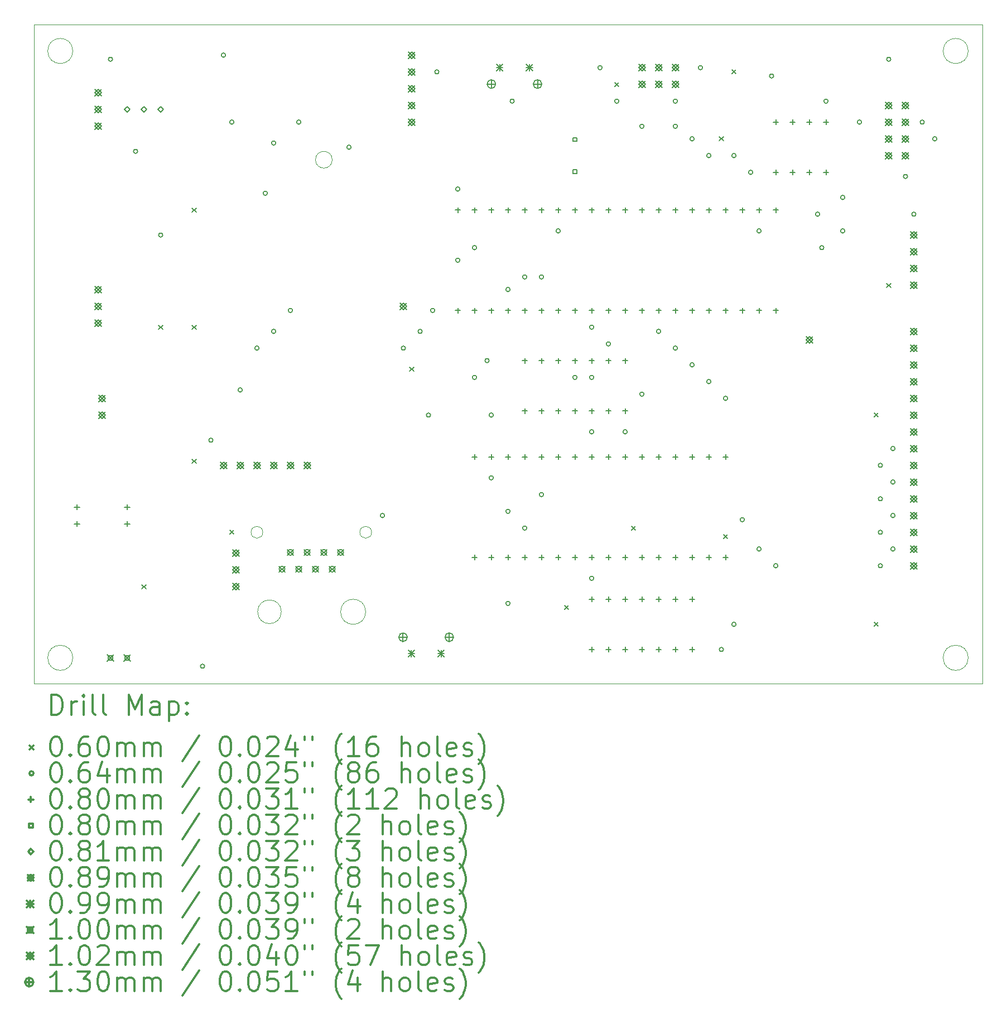
<source format=gbr>
%FSLAX45Y45*%
G04 Gerber Fmt 4.5, Leading zero omitted, Abs format (unit mm)*
G04 Created by KiCad (PCBNEW (2015-07-01 BZR 5850, Git 51c0ae3)-product) date 08.09.2015 00:16:46*
%MOMM*%
G01*
G04 APERTURE LIST*
%ADD10C,0.127000*%
%ADD11C,0.100000*%
%ADD12C,0.200000*%
%ADD13C,0.300000*%
G04 APERTURE END LIST*
D10*
D11*
X4533900Y-2057400D02*
G75*
G03X4533900Y-2057400I-127000J0D01*
G01*
X5131703Y-7708900D02*
G75*
G03X5131703Y-7708900I-89803J0D01*
G01*
X3480703Y-7708900D02*
G75*
G03X3480703Y-7708900I-89803J0D01*
G01*
X3761005Y-8915400D02*
G75*
G03X3761005Y-8915400I-179605J0D01*
G01*
X5041900Y-8915400D02*
G75*
G03X5041900Y-8915400I-190500J0D01*
G01*
X14185900Y-9613900D02*
G75*
G03X14185900Y-9613900I-190500J0D01*
G01*
X14185900Y-406400D02*
G75*
G03X14185900Y-406400I-190500J0D01*
G01*
X14185900Y-406400D02*
G75*
G03X14185900Y-406400I-190500J0D01*
G01*
X14185900Y-406400D02*
G75*
G03X14185900Y-406400I-190500J0D01*
G01*
X14185900Y-406400D02*
G75*
G03X14185900Y-406400I-190500J0D01*
G01*
X596900Y-9613900D02*
G75*
G03X596900Y-9613900I-190500J0D01*
G01*
X596900Y-406400D02*
G75*
G03X596900Y-406400I-190500J0D01*
G01*
X596900Y-406400D02*
G75*
G03X596900Y-406400I-190500J0D01*
G01*
X5900Y-10005900D02*
X5900Y-5900D01*
X14405900Y-10005900D02*
X5900Y-10005900D01*
X14405900Y-5900D02*
X14405900Y-10005900D01*
X5900Y-5900D02*
X14405900Y-5900D01*
D12*
X1646400Y-8504400D02*
X1706400Y-8564400D01*
X1706400Y-8504400D02*
X1646400Y-8564400D01*
X1900400Y-4567400D02*
X1960400Y-4627400D01*
X1960400Y-4567400D02*
X1900400Y-4627400D01*
X2408400Y-2789400D02*
X2468400Y-2849400D01*
X2468400Y-2789400D02*
X2408400Y-2849400D01*
X2408400Y-4567400D02*
X2468400Y-4627400D01*
X2468400Y-4567400D02*
X2408400Y-4627400D01*
X2408400Y-6599400D02*
X2468400Y-6659400D01*
X2468400Y-6599400D02*
X2408400Y-6659400D01*
X2979900Y-7678900D02*
X3039900Y-7738900D01*
X3039900Y-7678900D02*
X2979900Y-7738900D01*
X5710400Y-5202400D02*
X5770400Y-5262400D01*
X5770400Y-5202400D02*
X5710400Y-5262400D01*
X8059900Y-8821900D02*
X8119900Y-8881900D01*
X8119900Y-8821900D02*
X8059900Y-8881900D01*
X8821900Y-884400D02*
X8881900Y-944400D01*
X8881900Y-884400D02*
X8821900Y-944400D01*
X9075900Y-7615400D02*
X9135900Y-7675400D01*
X9135900Y-7615400D02*
X9075900Y-7675400D01*
X10409400Y-1709900D02*
X10469400Y-1769900D01*
X10469400Y-1709900D02*
X10409400Y-1769900D01*
X10472900Y-7742400D02*
X10532900Y-7802400D01*
X10532900Y-7742400D02*
X10472900Y-7802400D01*
X10599900Y-693900D02*
X10659900Y-753900D01*
X10659900Y-693900D02*
X10599900Y-753900D01*
X12758900Y-5900900D02*
X12818900Y-5960900D01*
X12818900Y-5900900D02*
X12758900Y-5960900D01*
X12758900Y-9075900D02*
X12818900Y-9135900D01*
X12818900Y-9075900D02*
X12758900Y-9135900D01*
X12949400Y-3932400D02*
X13009400Y-3992400D01*
X13009400Y-3932400D02*
X12949400Y-3992400D01*
X1200150Y-533400D02*
G75*
G03X1200150Y-533400I-31750J0D01*
G01*
X1581150Y-1930400D02*
G75*
G03X1581150Y-1930400I-31750J0D01*
G01*
X1962150Y-3200400D02*
G75*
G03X1962150Y-3200400I-31750J0D01*
G01*
X2597150Y-9740900D02*
G75*
G03X2597150Y-9740900I-31750J0D01*
G01*
X2724150Y-6311900D02*
G75*
G03X2724150Y-6311900I-31750J0D01*
G01*
X2914650Y-469900D02*
G75*
G03X2914650Y-469900I-31750J0D01*
G01*
X3041650Y-1485900D02*
G75*
G03X3041650Y-1485900I-31750J0D01*
G01*
X3168650Y-5549900D02*
G75*
G03X3168650Y-5549900I-31750J0D01*
G01*
X3422650Y-4914900D02*
G75*
G03X3422650Y-4914900I-31750J0D01*
G01*
X3549650Y-2565400D02*
G75*
G03X3549650Y-2565400I-31750J0D01*
G01*
X3676650Y-1803400D02*
G75*
G03X3676650Y-1803400I-31750J0D01*
G01*
X3676650Y-4660900D02*
G75*
G03X3676650Y-4660900I-31750J0D01*
G01*
X3930650Y-4343400D02*
G75*
G03X3930650Y-4343400I-31750J0D01*
G01*
X4057650Y-1485900D02*
G75*
G03X4057650Y-1485900I-31750J0D01*
G01*
X4819650Y-1866900D02*
G75*
G03X4819650Y-1866900I-31750J0D01*
G01*
X5327650Y-7454900D02*
G75*
G03X5327650Y-7454900I-31750J0D01*
G01*
X5645150Y-4914900D02*
G75*
G03X5645150Y-4914900I-31750J0D01*
G01*
X5899150Y-4660900D02*
G75*
G03X5899150Y-4660900I-31750J0D01*
G01*
X6026150Y-5930900D02*
G75*
G03X6026150Y-5930900I-31750J0D01*
G01*
X6089650Y-4343400D02*
G75*
G03X6089650Y-4343400I-31750J0D01*
G01*
X6153150Y-723900D02*
G75*
G03X6153150Y-723900I-31750J0D01*
G01*
X6470650Y-2501900D02*
G75*
G03X6470650Y-2501900I-31750J0D01*
G01*
X6470650Y-3581400D02*
G75*
G03X6470650Y-3581400I-31750J0D01*
G01*
X6724650Y-3390900D02*
G75*
G03X6724650Y-3390900I-31750J0D01*
G01*
X6724650Y-5359400D02*
G75*
G03X6724650Y-5359400I-31750J0D01*
G01*
X6915150Y-5105400D02*
G75*
G03X6915150Y-5105400I-31750J0D01*
G01*
X6978650Y-5930900D02*
G75*
G03X6978650Y-5930900I-31750J0D01*
G01*
X6978650Y-6883400D02*
G75*
G03X6978650Y-6883400I-31750J0D01*
G01*
X7232650Y-4025900D02*
G75*
G03X7232650Y-4025900I-31750J0D01*
G01*
X7232650Y-7391400D02*
G75*
G03X7232650Y-7391400I-31750J0D01*
G01*
X7232650Y-8788400D02*
G75*
G03X7232650Y-8788400I-31750J0D01*
G01*
X7296150Y-1168400D02*
G75*
G03X7296150Y-1168400I-31750J0D01*
G01*
X7486650Y-3835400D02*
G75*
G03X7486650Y-3835400I-31750J0D01*
G01*
X7486650Y-7645400D02*
G75*
G03X7486650Y-7645400I-31750J0D01*
G01*
X7740650Y-3835400D02*
G75*
G03X7740650Y-3835400I-31750J0D01*
G01*
X7740650Y-7137400D02*
G75*
G03X7740650Y-7137400I-31750J0D01*
G01*
X7994650Y-3136900D02*
G75*
G03X7994650Y-3136900I-31750J0D01*
G01*
X8248650Y-5359400D02*
G75*
G03X8248650Y-5359400I-31750J0D01*
G01*
X8502650Y-4597400D02*
G75*
G03X8502650Y-4597400I-31750J0D01*
G01*
X8502650Y-5359400D02*
G75*
G03X8502650Y-5359400I-31750J0D01*
G01*
X8502650Y-6184900D02*
G75*
G03X8502650Y-6184900I-31750J0D01*
G01*
X8502650Y-8407400D02*
G75*
G03X8502650Y-8407400I-31750J0D01*
G01*
X8629650Y-660400D02*
G75*
G03X8629650Y-660400I-31750J0D01*
G01*
X8756650Y-4851400D02*
G75*
G03X8756650Y-4851400I-31750J0D01*
G01*
X8883650Y-1168400D02*
G75*
G03X8883650Y-1168400I-31750J0D01*
G01*
X9010650Y-6184900D02*
G75*
G03X9010650Y-6184900I-31750J0D01*
G01*
X9264650Y-1549400D02*
G75*
G03X9264650Y-1549400I-31750J0D01*
G01*
X9264650Y-5613400D02*
G75*
G03X9264650Y-5613400I-31750J0D01*
G01*
X9518650Y-4660900D02*
G75*
G03X9518650Y-4660900I-31750J0D01*
G01*
X9772650Y-1168400D02*
G75*
G03X9772650Y-1168400I-31750J0D01*
G01*
X9772650Y-1549400D02*
G75*
G03X9772650Y-1549400I-31750J0D01*
G01*
X9772650Y-4914900D02*
G75*
G03X9772650Y-4914900I-31750J0D01*
G01*
X10026650Y-1739900D02*
G75*
G03X10026650Y-1739900I-31750J0D01*
G01*
X10026650Y-5168900D02*
G75*
G03X10026650Y-5168900I-31750J0D01*
G01*
X10153650Y-660400D02*
G75*
G03X10153650Y-660400I-31750J0D01*
G01*
X10280650Y-1993900D02*
G75*
G03X10280650Y-1993900I-31750J0D01*
G01*
X10280650Y-5422900D02*
G75*
G03X10280650Y-5422900I-31750J0D01*
G01*
X10471150Y-9486900D02*
G75*
G03X10471150Y-9486900I-31750J0D01*
G01*
X10534650Y-5676900D02*
G75*
G03X10534650Y-5676900I-31750J0D01*
G01*
X10661650Y-1993900D02*
G75*
G03X10661650Y-1993900I-31750J0D01*
G01*
X10661650Y-9105900D02*
G75*
G03X10661650Y-9105900I-31750J0D01*
G01*
X10788650Y-7518400D02*
G75*
G03X10788650Y-7518400I-31750J0D01*
G01*
X10915650Y-2247900D02*
G75*
G03X10915650Y-2247900I-31750J0D01*
G01*
X11042650Y-3136900D02*
G75*
G03X11042650Y-3136900I-31750J0D01*
G01*
X11042650Y-7962900D02*
G75*
G03X11042650Y-7962900I-31750J0D01*
G01*
X11233150Y-787400D02*
G75*
G03X11233150Y-787400I-31750J0D01*
G01*
X11296650Y-8216900D02*
G75*
G03X11296650Y-8216900I-31750J0D01*
G01*
X11931650Y-2882900D02*
G75*
G03X11931650Y-2882900I-31750J0D01*
G01*
X11995150Y-3390900D02*
G75*
G03X11995150Y-3390900I-31750J0D01*
G01*
X12058650Y-1168400D02*
G75*
G03X12058650Y-1168400I-31750J0D01*
G01*
X12312650Y-2628900D02*
G75*
G03X12312650Y-2628900I-31750J0D01*
G01*
X12312650Y-3136900D02*
G75*
G03X12312650Y-3136900I-31750J0D01*
G01*
X12566650Y-1485900D02*
G75*
G03X12566650Y-1485900I-31750J0D01*
G01*
X12884150Y-6692900D02*
G75*
G03X12884150Y-6692900I-31750J0D01*
G01*
X12884150Y-7200900D02*
G75*
G03X12884150Y-7200900I-31750J0D01*
G01*
X12884150Y-7708900D02*
G75*
G03X12884150Y-7708900I-31750J0D01*
G01*
X12884150Y-8216900D02*
G75*
G03X12884150Y-8216900I-31750J0D01*
G01*
X13011150Y-533400D02*
G75*
G03X13011150Y-533400I-31750J0D01*
G01*
X13074650Y-6438900D02*
G75*
G03X13074650Y-6438900I-31750J0D01*
G01*
X13074650Y-6946900D02*
G75*
G03X13074650Y-6946900I-31750J0D01*
G01*
X13074650Y-7454900D02*
G75*
G03X13074650Y-7454900I-31750J0D01*
G01*
X13074650Y-7962900D02*
G75*
G03X13074650Y-7962900I-31750J0D01*
G01*
X13265150Y-2311400D02*
G75*
G03X13265150Y-2311400I-31750J0D01*
G01*
X13392150Y-2882900D02*
G75*
G03X13392150Y-2882900I-31750J0D01*
G01*
X13519150Y-1485900D02*
G75*
G03X13519150Y-1485900I-31750J0D01*
G01*
X13709650Y-1739900D02*
G75*
G03X13709650Y-1739900I-31750J0D01*
G01*
X660400Y-7287900D02*
X660400Y-7367900D01*
X620400Y-7327900D02*
X700400Y-7327900D01*
X660400Y-7541900D02*
X660400Y-7621900D01*
X620400Y-7581900D02*
X700400Y-7581900D01*
X1422400Y-7287900D02*
X1422400Y-7367900D01*
X1382400Y-7327900D02*
X1462400Y-7327900D01*
X1422400Y-7541900D02*
X1422400Y-7621900D01*
X1382400Y-7581900D02*
X1462400Y-7581900D01*
X6438900Y-2779400D02*
X6438900Y-2859400D01*
X6398900Y-2819400D02*
X6478900Y-2819400D01*
X6438900Y-4303400D02*
X6438900Y-4383400D01*
X6398900Y-4343400D02*
X6478900Y-4343400D01*
X6692900Y-2779400D02*
X6692900Y-2859400D01*
X6652900Y-2819400D02*
X6732900Y-2819400D01*
X6692900Y-4303400D02*
X6692900Y-4383400D01*
X6652900Y-4343400D02*
X6732900Y-4343400D01*
X6692900Y-6525900D02*
X6692900Y-6605900D01*
X6652900Y-6565900D02*
X6732900Y-6565900D01*
X6692900Y-8049900D02*
X6692900Y-8129900D01*
X6652900Y-8089900D02*
X6732900Y-8089900D01*
X6946900Y-2779400D02*
X6946900Y-2859400D01*
X6906900Y-2819400D02*
X6986900Y-2819400D01*
X6946900Y-4303400D02*
X6946900Y-4383400D01*
X6906900Y-4343400D02*
X6986900Y-4343400D01*
X6946900Y-6525900D02*
X6946900Y-6605900D01*
X6906900Y-6565900D02*
X6986900Y-6565900D01*
X6946900Y-8049900D02*
X6946900Y-8129900D01*
X6906900Y-8089900D02*
X6986900Y-8089900D01*
X7200900Y-2779400D02*
X7200900Y-2859400D01*
X7160900Y-2819400D02*
X7240900Y-2819400D01*
X7200900Y-4303400D02*
X7200900Y-4383400D01*
X7160900Y-4343400D02*
X7240900Y-4343400D01*
X7200900Y-6525900D02*
X7200900Y-6605900D01*
X7160900Y-6565900D02*
X7240900Y-6565900D01*
X7200900Y-8049900D02*
X7200900Y-8129900D01*
X7160900Y-8089900D02*
X7240900Y-8089900D01*
X7454900Y-2779400D02*
X7454900Y-2859400D01*
X7414900Y-2819400D02*
X7494900Y-2819400D01*
X7454900Y-4303400D02*
X7454900Y-4383400D01*
X7414900Y-4343400D02*
X7494900Y-4343400D01*
X7454900Y-5065400D02*
X7454900Y-5145400D01*
X7414900Y-5105400D02*
X7494900Y-5105400D01*
X7454900Y-5827400D02*
X7454900Y-5907400D01*
X7414900Y-5867400D02*
X7494900Y-5867400D01*
X7454900Y-6525900D02*
X7454900Y-6605900D01*
X7414900Y-6565900D02*
X7494900Y-6565900D01*
X7454900Y-8049900D02*
X7454900Y-8129900D01*
X7414900Y-8089900D02*
X7494900Y-8089900D01*
X7708900Y-2779400D02*
X7708900Y-2859400D01*
X7668900Y-2819400D02*
X7748900Y-2819400D01*
X7708900Y-4303400D02*
X7708900Y-4383400D01*
X7668900Y-4343400D02*
X7748900Y-4343400D01*
X7708900Y-5065400D02*
X7708900Y-5145400D01*
X7668900Y-5105400D02*
X7748900Y-5105400D01*
X7708900Y-5827400D02*
X7708900Y-5907400D01*
X7668900Y-5867400D02*
X7748900Y-5867400D01*
X7708900Y-6525900D02*
X7708900Y-6605900D01*
X7668900Y-6565900D02*
X7748900Y-6565900D01*
X7708900Y-8049900D02*
X7708900Y-8129900D01*
X7668900Y-8089900D02*
X7748900Y-8089900D01*
X7962900Y-2779400D02*
X7962900Y-2859400D01*
X7922900Y-2819400D02*
X8002900Y-2819400D01*
X7962900Y-4303400D02*
X7962900Y-4383400D01*
X7922900Y-4343400D02*
X8002900Y-4343400D01*
X7962900Y-5065400D02*
X7962900Y-5145400D01*
X7922900Y-5105400D02*
X8002900Y-5105400D01*
X7962900Y-5827400D02*
X7962900Y-5907400D01*
X7922900Y-5867400D02*
X8002900Y-5867400D01*
X7962900Y-6525900D02*
X7962900Y-6605900D01*
X7922900Y-6565900D02*
X8002900Y-6565900D01*
X7962900Y-8049900D02*
X7962900Y-8129900D01*
X7922900Y-8089900D02*
X8002900Y-8089900D01*
X8216900Y-2779400D02*
X8216900Y-2859400D01*
X8176900Y-2819400D02*
X8256900Y-2819400D01*
X8216900Y-4303400D02*
X8216900Y-4383400D01*
X8176900Y-4343400D02*
X8256900Y-4343400D01*
X8216900Y-5065400D02*
X8216900Y-5145400D01*
X8176900Y-5105400D02*
X8256900Y-5105400D01*
X8216900Y-5827400D02*
X8216900Y-5907400D01*
X8176900Y-5867400D02*
X8256900Y-5867400D01*
X8216900Y-6525900D02*
X8216900Y-6605900D01*
X8176900Y-6565900D02*
X8256900Y-6565900D01*
X8216900Y-8049900D02*
X8216900Y-8129900D01*
X8176900Y-8089900D02*
X8256900Y-8089900D01*
X8470900Y-2779400D02*
X8470900Y-2859400D01*
X8430900Y-2819400D02*
X8510900Y-2819400D01*
X8470900Y-4303400D02*
X8470900Y-4383400D01*
X8430900Y-4343400D02*
X8510900Y-4343400D01*
X8470900Y-5065400D02*
X8470900Y-5145400D01*
X8430900Y-5105400D02*
X8510900Y-5105400D01*
X8470900Y-5827400D02*
X8470900Y-5907400D01*
X8430900Y-5867400D02*
X8510900Y-5867400D01*
X8470900Y-6525900D02*
X8470900Y-6605900D01*
X8430900Y-6565900D02*
X8510900Y-6565900D01*
X8470900Y-8049900D02*
X8470900Y-8129900D01*
X8430900Y-8089900D02*
X8510900Y-8089900D01*
X8470900Y-8684900D02*
X8470900Y-8764900D01*
X8430900Y-8724900D02*
X8510900Y-8724900D01*
X8470900Y-9446900D02*
X8470900Y-9526900D01*
X8430900Y-9486900D02*
X8510900Y-9486900D01*
X8724900Y-2779400D02*
X8724900Y-2859400D01*
X8684900Y-2819400D02*
X8764900Y-2819400D01*
X8724900Y-4303400D02*
X8724900Y-4383400D01*
X8684900Y-4343400D02*
X8764900Y-4343400D01*
X8724900Y-5065400D02*
X8724900Y-5145400D01*
X8684900Y-5105400D02*
X8764900Y-5105400D01*
X8724900Y-5827400D02*
X8724900Y-5907400D01*
X8684900Y-5867400D02*
X8764900Y-5867400D01*
X8724900Y-6525900D02*
X8724900Y-6605900D01*
X8684900Y-6565900D02*
X8764900Y-6565900D01*
X8724900Y-8049900D02*
X8724900Y-8129900D01*
X8684900Y-8089900D02*
X8764900Y-8089900D01*
X8724900Y-8684900D02*
X8724900Y-8764900D01*
X8684900Y-8724900D02*
X8764900Y-8724900D01*
X8724900Y-9446900D02*
X8724900Y-9526900D01*
X8684900Y-9486900D02*
X8764900Y-9486900D01*
X8978900Y-2779400D02*
X8978900Y-2859400D01*
X8938900Y-2819400D02*
X9018900Y-2819400D01*
X8978900Y-4303400D02*
X8978900Y-4383400D01*
X8938900Y-4343400D02*
X9018900Y-4343400D01*
X8978900Y-5065400D02*
X8978900Y-5145400D01*
X8938900Y-5105400D02*
X9018900Y-5105400D01*
X8978900Y-5827400D02*
X8978900Y-5907400D01*
X8938900Y-5867400D02*
X9018900Y-5867400D01*
X8978900Y-6525900D02*
X8978900Y-6605900D01*
X8938900Y-6565900D02*
X9018900Y-6565900D01*
X8978900Y-8049900D02*
X8978900Y-8129900D01*
X8938900Y-8089900D02*
X9018900Y-8089900D01*
X8978900Y-8684900D02*
X8978900Y-8764900D01*
X8938900Y-8724900D02*
X9018900Y-8724900D01*
X8978900Y-9446900D02*
X8978900Y-9526900D01*
X8938900Y-9486900D02*
X9018900Y-9486900D01*
X9232900Y-2779400D02*
X9232900Y-2859400D01*
X9192900Y-2819400D02*
X9272900Y-2819400D01*
X9232900Y-4303400D02*
X9232900Y-4383400D01*
X9192900Y-4343400D02*
X9272900Y-4343400D01*
X9232900Y-6525900D02*
X9232900Y-6605900D01*
X9192900Y-6565900D02*
X9272900Y-6565900D01*
X9232900Y-8049900D02*
X9232900Y-8129900D01*
X9192900Y-8089900D02*
X9272900Y-8089900D01*
X9232900Y-8684900D02*
X9232900Y-8764900D01*
X9192900Y-8724900D02*
X9272900Y-8724900D01*
X9232900Y-9446900D02*
X9232900Y-9526900D01*
X9192900Y-9486900D02*
X9272900Y-9486900D01*
X9486900Y-2779400D02*
X9486900Y-2859400D01*
X9446900Y-2819400D02*
X9526900Y-2819400D01*
X9486900Y-4303400D02*
X9486900Y-4383400D01*
X9446900Y-4343400D02*
X9526900Y-4343400D01*
X9486900Y-6525900D02*
X9486900Y-6605900D01*
X9446900Y-6565900D02*
X9526900Y-6565900D01*
X9486900Y-8049900D02*
X9486900Y-8129900D01*
X9446900Y-8089900D02*
X9526900Y-8089900D01*
X9486900Y-8684900D02*
X9486900Y-8764900D01*
X9446900Y-8724900D02*
X9526900Y-8724900D01*
X9486900Y-9446900D02*
X9486900Y-9526900D01*
X9446900Y-9486900D02*
X9526900Y-9486900D01*
X9740900Y-2779400D02*
X9740900Y-2859400D01*
X9700900Y-2819400D02*
X9780900Y-2819400D01*
X9740900Y-4303400D02*
X9740900Y-4383400D01*
X9700900Y-4343400D02*
X9780900Y-4343400D01*
X9740900Y-6525900D02*
X9740900Y-6605900D01*
X9700900Y-6565900D02*
X9780900Y-6565900D01*
X9740900Y-8049900D02*
X9740900Y-8129900D01*
X9700900Y-8089900D02*
X9780900Y-8089900D01*
X9740900Y-8684900D02*
X9740900Y-8764900D01*
X9700900Y-8724900D02*
X9780900Y-8724900D01*
X9740900Y-9446900D02*
X9740900Y-9526900D01*
X9700900Y-9486900D02*
X9780900Y-9486900D01*
X9994900Y-2779400D02*
X9994900Y-2859400D01*
X9954900Y-2819400D02*
X10034900Y-2819400D01*
X9994900Y-4303400D02*
X9994900Y-4383400D01*
X9954900Y-4343400D02*
X10034900Y-4343400D01*
X9994900Y-6525900D02*
X9994900Y-6605900D01*
X9954900Y-6565900D02*
X10034900Y-6565900D01*
X9994900Y-8049900D02*
X9994900Y-8129900D01*
X9954900Y-8089900D02*
X10034900Y-8089900D01*
X9994900Y-8684900D02*
X9994900Y-8764900D01*
X9954900Y-8724900D02*
X10034900Y-8724900D01*
X9994900Y-9446900D02*
X9994900Y-9526900D01*
X9954900Y-9486900D02*
X10034900Y-9486900D01*
X10248900Y-2779400D02*
X10248900Y-2859400D01*
X10208900Y-2819400D02*
X10288900Y-2819400D01*
X10248900Y-4303400D02*
X10248900Y-4383400D01*
X10208900Y-4343400D02*
X10288900Y-4343400D01*
X10248900Y-6525900D02*
X10248900Y-6605900D01*
X10208900Y-6565900D02*
X10288900Y-6565900D01*
X10248900Y-8049900D02*
X10248900Y-8129900D01*
X10208900Y-8089900D02*
X10288900Y-8089900D01*
X10502900Y-2779400D02*
X10502900Y-2859400D01*
X10462900Y-2819400D02*
X10542900Y-2819400D01*
X10502900Y-4303400D02*
X10502900Y-4383400D01*
X10462900Y-4343400D02*
X10542900Y-4343400D01*
X10502900Y-6525900D02*
X10502900Y-6605900D01*
X10462900Y-6565900D02*
X10542900Y-6565900D01*
X10502900Y-8049900D02*
X10502900Y-8129900D01*
X10462900Y-8089900D02*
X10542900Y-8089900D01*
X10756900Y-2779400D02*
X10756900Y-2859400D01*
X10716900Y-2819400D02*
X10796900Y-2819400D01*
X10756900Y-4303400D02*
X10756900Y-4383400D01*
X10716900Y-4343400D02*
X10796900Y-4343400D01*
X11010900Y-2779400D02*
X11010900Y-2859400D01*
X10970900Y-2819400D02*
X11050900Y-2819400D01*
X11010900Y-4303400D02*
X11010900Y-4383400D01*
X10970900Y-4343400D02*
X11050900Y-4343400D01*
X11264900Y-1445900D02*
X11264900Y-1525900D01*
X11224900Y-1485900D02*
X11304900Y-1485900D01*
X11264900Y-2207900D02*
X11264900Y-2287900D01*
X11224900Y-2247900D02*
X11304900Y-2247900D01*
X11264900Y-2779400D02*
X11264900Y-2859400D01*
X11224900Y-2819400D02*
X11304900Y-2819400D01*
X11264900Y-4303400D02*
X11264900Y-4383400D01*
X11224900Y-4343400D02*
X11304900Y-4343400D01*
X11518900Y-1445900D02*
X11518900Y-1525900D01*
X11478900Y-1485900D02*
X11558900Y-1485900D01*
X11518900Y-2207900D02*
X11518900Y-2287900D01*
X11478900Y-2247900D02*
X11558900Y-2247900D01*
X11772900Y-1445900D02*
X11772900Y-1525900D01*
X11732900Y-1485900D02*
X11812900Y-1485900D01*
X11772900Y-2207900D02*
X11772900Y-2287900D01*
X11732900Y-2247900D02*
X11812900Y-2247900D01*
X12026900Y-1445900D02*
X12026900Y-1525900D01*
X11986900Y-1485900D02*
X12066900Y-1485900D01*
X12026900Y-2207900D02*
X12026900Y-2287900D01*
X11986900Y-2247900D02*
X12066900Y-2247900D01*
X8245188Y-1778094D02*
X8245188Y-1721518D01*
X8188612Y-1721518D01*
X8188612Y-1778094D01*
X8245188Y-1778094D01*
X8245188Y-2266282D02*
X8245188Y-2209706D01*
X8188612Y-2209706D01*
X8188612Y-2266282D01*
X8245188Y-2266282D01*
X1422400Y-1336040D02*
X1463040Y-1295400D01*
X1422400Y-1254760D01*
X1381760Y-1295400D01*
X1422400Y-1336040D01*
X1676400Y-1336040D02*
X1717040Y-1295400D01*
X1676400Y-1254760D01*
X1635760Y-1295400D01*
X1676400Y-1336040D01*
X1930400Y-1336040D02*
X1971040Y-1295400D01*
X1930400Y-1254760D01*
X1889760Y-1295400D01*
X1930400Y-1336040D01*
X3727450Y-8223250D02*
X3816350Y-8312150D01*
X3816350Y-8223250D02*
X3727450Y-8312150D01*
X3816350Y-8267700D02*
G75*
G03X3816350Y-8267700I-44450J0D01*
G01*
X3854450Y-7969250D02*
X3943350Y-8058150D01*
X3943350Y-7969250D02*
X3854450Y-8058150D01*
X3943350Y-8013700D02*
G75*
G03X3943350Y-8013700I-44450J0D01*
G01*
X3981450Y-8223250D02*
X4070350Y-8312150D01*
X4070350Y-8223250D02*
X3981450Y-8312150D01*
X4070350Y-8267700D02*
G75*
G03X4070350Y-8267700I-44450J0D01*
G01*
X4108450Y-7969250D02*
X4197350Y-8058150D01*
X4197350Y-7969250D02*
X4108450Y-8058150D01*
X4197350Y-8013700D02*
G75*
G03X4197350Y-8013700I-44450J0D01*
G01*
X4235450Y-8223250D02*
X4324350Y-8312150D01*
X4324350Y-8223250D02*
X4235450Y-8312150D01*
X4324350Y-8267700D02*
G75*
G03X4324350Y-8267700I-44450J0D01*
G01*
X4362450Y-7969250D02*
X4451350Y-8058150D01*
X4451350Y-7969250D02*
X4362450Y-8058150D01*
X4451350Y-8013700D02*
G75*
G03X4451350Y-8013700I-44450J0D01*
G01*
X4489450Y-8223250D02*
X4578350Y-8312150D01*
X4578350Y-8223250D02*
X4489450Y-8312150D01*
X4578350Y-8267700D02*
G75*
G03X4578350Y-8267700I-44450J0D01*
G01*
X4616450Y-7969250D02*
X4705350Y-8058150D01*
X4705350Y-7969250D02*
X4616450Y-8058150D01*
X4705350Y-8013700D02*
G75*
G03X4705350Y-8013700I-44450J0D01*
G01*
X5685400Y-9500900D02*
X5784400Y-9599900D01*
X5784400Y-9500900D02*
X5685400Y-9599900D01*
X5734900Y-9500900D02*
X5734900Y-9599900D01*
X5685400Y-9550400D02*
X5784400Y-9550400D01*
X6135400Y-9500900D02*
X6234400Y-9599900D01*
X6234400Y-9500900D02*
X6135400Y-9599900D01*
X6184900Y-9500900D02*
X6184900Y-9599900D01*
X6135400Y-9550400D02*
X6234400Y-9550400D01*
X7024400Y-610900D02*
X7123400Y-709900D01*
X7123400Y-610900D02*
X7024400Y-709900D01*
X7073900Y-610900D02*
X7073900Y-709900D01*
X7024400Y-660400D02*
X7123400Y-660400D01*
X7474400Y-610900D02*
X7573400Y-709900D01*
X7573400Y-610900D02*
X7474400Y-709900D01*
X7523900Y-610900D02*
X7523900Y-709900D01*
X7474400Y-660400D02*
X7573400Y-660400D01*
X1118489Y-9563989D02*
X1218311Y-9663811D01*
X1218311Y-9563989D02*
X1118489Y-9663811D01*
X1203693Y-9649193D02*
X1203693Y-9578607D01*
X1133107Y-9578607D01*
X1133107Y-9649193D01*
X1203693Y-9649193D01*
X1372489Y-9563989D02*
X1472311Y-9663811D01*
X1472311Y-9563989D02*
X1372489Y-9663811D01*
X1457693Y-9649193D02*
X1457693Y-9578607D01*
X1387107Y-9578607D01*
X1387107Y-9649193D01*
X1457693Y-9649193D01*
X927100Y-990600D02*
X1028700Y-1092200D01*
X1028700Y-990600D02*
X927100Y-1092200D01*
X977900Y-1092200D02*
X1028700Y-1041400D01*
X977900Y-990600D01*
X927100Y-1041400D01*
X977900Y-1092200D01*
X927100Y-1244600D02*
X1028700Y-1346200D01*
X1028700Y-1244600D02*
X927100Y-1346200D01*
X977900Y-1346200D02*
X1028700Y-1295400D01*
X977900Y-1244600D01*
X927100Y-1295400D01*
X977900Y-1346200D01*
X927100Y-1498600D02*
X1028700Y-1600200D01*
X1028700Y-1498600D02*
X927100Y-1600200D01*
X977900Y-1600200D02*
X1028700Y-1549400D01*
X977900Y-1498600D01*
X927100Y-1549400D01*
X977900Y-1600200D01*
X927100Y-3975100D02*
X1028700Y-4076700D01*
X1028700Y-3975100D02*
X927100Y-4076700D01*
X977900Y-4076700D02*
X1028700Y-4025900D01*
X977900Y-3975100D01*
X927100Y-4025900D01*
X977900Y-4076700D01*
X927100Y-4229100D02*
X1028700Y-4330700D01*
X1028700Y-4229100D02*
X927100Y-4330700D01*
X977900Y-4330700D02*
X1028700Y-4279900D01*
X977900Y-4229100D01*
X927100Y-4279900D01*
X977900Y-4330700D01*
X927100Y-4483100D02*
X1028700Y-4584700D01*
X1028700Y-4483100D02*
X927100Y-4584700D01*
X977900Y-4584700D02*
X1028700Y-4533900D01*
X977900Y-4483100D01*
X927100Y-4533900D01*
X977900Y-4584700D01*
X990600Y-5626100D02*
X1092200Y-5727700D01*
X1092200Y-5626100D02*
X990600Y-5727700D01*
X1041400Y-5727700D02*
X1092200Y-5676900D01*
X1041400Y-5626100D01*
X990600Y-5676900D01*
X1041400Y-5727700D01*
X990600Y-5880100D02*
X1092200Y-5981700D01*
X1092200Y-5880100D02*
X990600Y-5981700D01*
X1041400Y-5981700D02*
X1092200Y-5930900D01*
X1041400Y-5880100D01*
X990600Y-5930900D01*
X1041400Y-5981700D01*
X2832100Y-6642100D02*
X2933700Y-6743700D01*
X2933700Y-6642100D02*
X2832100Y-6743700D01*
X2882900Y-6743700D02*
X2933700Y-6692900D01*
X2882900Y-6642100D01*
X2832100Y-6692900D01*
X2882900Y-6743700D01*
X3022600Y-7975600D02*
X3124200Y-8077200D01*
X3124200Y-7975600D02*
X3022600Y-8077200D01*
X3073400Y-8077200D02*
X3124200Y-8026400D01*
X3073400Y-7975600D01*
X3022600Y-8026400D01*
X3073400Y-8077200D01*
X3022600Y-8229600D02*
X3124200Y-8331200D01*
X3124200Y-8229600D02*
X3022600Y-8331200D01*
X3073400Y-8331200D02*
X3124200Y-8280400D01*
X3073400Y-8229600D01*
X3022600Y-8280400D01*
X3073400Y-8331200D01*
X3022600Y-8483600D02*
X3124200Y-8585200D01*
X3124200Y-8483600D02*
X3022600Y-8585200D01*
X3073400Y-8585200D02*
X3124200Y-8534400D01*
X3073400Y-8483600D01*
X3022600Y-8534400D01*
X3073400Y-8585200D01*
X3086100Y-6642100D02*
X3187700Y-6743700D01*
X3187700Y-6642100D02*
X3086100Y-6743700D01*
X3136900Y-6743700D02*
X3187700Y-6692900D01*
X3136900Y-6642100D01*
X3086100Y-6692900D01*
X3136900Y-6743700D01*
X3340100Y-6642100D02*
X3441700Y-6743700D01*
X3441700Y-6642100D02*
X3340100Y-6743700D01*
X3390900Y-6743700D02*
X3441700Y-6692900D01*
X3390900Y-6642100D01*
X3340100Y-6692900D01*
X3390900Y-6743700D01*
X3594100Y-6642100D02*
X3695700Y-6743700D01*
X3695700Y-6642100D02*
X3594100Y-6743700D01*
X3644900Y-6743700D02*
X3695700Y-6692900D01*
X3644900Y-6642100D01*
X3594100Y-6692900D01*
X3644900Y-6743700D01*
X3848100Y-6642100D02*
X3949700Y-6743700D01*
X3949700Y-6642100D02*
X3848100Y-6743700D01*
X3898900Y-6743700D02*
X3949700Y-6692900D01*
X3898900Y-6642100D01*
X3848100Y-6692900D01*
X3898900Y-6743700D01*
X4102100Y-6642100D02*
X4203700Y-6743700D01*
X4203700Y-6642100D02*
X4102100Y-6743700D01*
X4152900Y-6743700D02*
X4203700Y-6692900D01*
X4152900Y-6642100D01*
X4102100Y-6692900D01*
X4152900Y-6743700D01*
X5562600Y-4229100D02*
X5664200Y-4330700D01*
X5664200Y-4229100D02*
X5562600Y-4330700D01*
X5613400Y-4330700D02*
X5664200Y-4279900D01*
X5613400Y-4229100D01*
X5562600Y-4279900D01*
X5613400Y-4330700D01*
X5689600Y-419100D02*
X5791200Y-520700D01*
X5791200Y-419100D02*
X5689600Y-520700D01*
X5740400Y-520700D02*
X5791200Y-469900D01*
X5740400Y-419100D01*
X5689600Y-469900D01*
X5740400Y-520700D01*
X5689600Y-673100D02*
X5791200Y-774700D01*
X5791200Y-673100D02*
X5689600Y-774700D01*
X5740400Y-774700D02*
X5791200Y-723900D01*
X5740400Y-673100D01*
X5689600Y-723900D01*
X5740400Y-774700D01*
X5689600Y-927100D02*
X5791200Y-1028700D01*
X5791200Y-927100D02*
X5689600Y-1028700D01*
X5740400Y-1028700D02*
X5791200Y-977900D01*
X5740400Y-927100D01*
X5689600Y-977900D01*
X5740400Y-1028700D01*
X5689600Y-1181100D02*
X5791200Y-1282700D01*
X5791200Y-1181100D02*
X5689600Y-1282700D01*
X5740400Y-1282700D02*
X5791200Y-1231900D01*
X5740400Y-1181100D01*
X5689600Y-1231900D01*
X5740400Y-1282700D01*
X5689600Y-1435100D02*
X5791200Y-1536700D01*
X5791200Y-1435100D02*
X5689600Y-1536700D01*
X5740400Y-1536700D02*
X5791200Y-1485900D01*
X5740400Y-1435100D01*
X5689600Y-1485900D01*
X5740400Y-1536700D01*
X9182100Y-609600D02*
X9283700Y-711200D01*
X9283700Y-609600D02*
X9182100Y-711200D01*
X9232900Y-711200D02*
X9283700Y-660400D01*
X9232900Y-609600D01*
X9182100Y-660400D01*
X9232900Y-711200D01*
X9182100Y-863600D02*
X9283700Y-965200D01*
X9283700Y-863600D02*
X9182100Y-965200D01*
X9232900Y-965200D02*
X9283700Y-914400D01*
X9232900Y-863600D01*
X9182100Y-914400D01*
X9232900Y-965200D01*
X9436100Y-609600D02*
X9537700Y-711200D01*
X9537700Y-609600D02*
X9436100Y-711200D01*
X9486900Y-711200D02*
X9537700Y-660400D01*
X9486900Y-609600D01*
X9436100Y-660400D01*
X9486900Y-711200D01*
X9436100Y-863600D02*
X9537700Y-965200D01*
X9537700Y-863600D02*
X9436100Y-965200D01*
X9486900Y-965200D02*
X9537700Y-914400D01*
X9486900Y-863600D01*
X9436100Y-914400D01*
X9486900Y-965200D01*
X9690100Y-609600D02*
X9791700Y-711200D01*
X9791700Y-609600D02*
X9690100Y-711200D01*
X9740900Y-711200D02*
X9791700Y-660400D01*
X9740900Y-609600D01*
X9690100Y-660400D01*
X9740900Y-711200D01*
X9690100Y-863600D02*
X9791700Y-965200D01*
X9791700Y-863600D02*
X9690100Y-965200D01*
X9740900Y-965200D02*
X9791700Y-914400D01*
X9740900Y-863600D01*
X9690100Y-914400D01*
X9740900Y-965200D01*
X11722100Y-4737100D02*
X11823700Y-4838700D01*
X11823700Y-4737100D02*
X11722100Y-4838700D01*
X11772900Y-4838700D02*
X11823700Y-4787900D01*
X11772900Y-4737100D01*
X11722100Y-4787900D01*
X11772900Y-4838700D01*
X12928600Y-1181100D02*
X13030200Y-1282700D01*
X13030200Y-1181100D02*
X12928600Y-1282700D01*
X12979400Y-1282700D02*
X13030200Y-1231900D01*
X12979400Y-1181100D01*
X12928600Y-1231900D01*
X12979400Y-1282700D01*
X12928600Y-1435100D02*
X13030200Y-1536700D01*
X13030200Y-1435100D02*
X12928600Y-1536700D01*
X12979400Y-1536700D02*
X13030200Y-1485900D01*
X12979400Y-1435100D01*
X12928600Y-1485900D01*
X12979400Y-1536700D01*
X12928600Y-1689100D02*
X13030200Y-1790700D01*
X13030200Y-1689100D02*
X12928600Y-1790700D01*
X12979400Y-1790700D02*
X13030200Y-1739900D01*
X12979400Y-1689100D01*
X12928600Y-1739900D01*
X12979400Y-1790700D01*
X12928600Y-1943100D02*
X13030200Y-2044700D01*
X13030200Y-1943100D02*
X12928600Y-2044700D01*
X12979400Y-2044700D02*
X13030200Y-1993900D01*
X12979400Y-1943100D01*
X12928600Y-1993900D01*
X12979400Y-2044700D01*
X13182600Y-1181100D02*
X13284200Y-1282700D01*
X13284200Y-1181100D02*
X13182600Y-1282700D01*
X13233400Y-1282700D02*
X13284200Y-1231900D01*
X13233400Y-1181100D01*
X13182600Y-1231900D01*
X13233400Y-1282700D01*
X13182600Y-1435100D02*
X13284200Y-1536700D01*
X13284200Y-1435100D02*
X13182600Y-1536700D01*
X13233400Y-1536700D02*
X13284200Y-1485900D01*
X13233400Y-1435100D01*
X13182600Y-1485900D01*
X13233400Y-1536700D01*
X13182600Y-1689100D02*
X13284200Y-1790700D01*
X13284200Y-1689100D02*
X13182600Y-1790700D01*
X13233400Y-1790700D02*
X13284200Y-1739900D01*
X13233400Y-1689100D01*
X13182600Y-1739900D01*
X13233400Y-1790700D01*
X13182600Y-1943100D02*
X13284200Y-2044700D01*
X13284200Y-1943100D02*
X13182600Y-2044700D01*
X13233400Y-2044700D02*
X13284200Y-1993900D01*
X13233400Y-1943100D01*
X13182600Y-1993900D01*
X13233400Y-2044700D01*
X13309600Y-3149600D02*
X13411200Y-3251200D01*
X13411200Y-3149600D02*
X13309600Y-3251200D01*
X13360400Y-3251200D02*
X13411200Y-3200400D01*
X13360400Y-3149600D01*
X13309600Y-3200400D01*
X13360400Y-3251200D01*
X13309600Y-3403600D02*
X13411200Y-3505200D01*
X13411200Y-3403600D02*
X13309600Y-3505200D01*
X13360400Y-3505200D02*
X13411200Y-3454400D01*
X13360400Y-3403600D01*
X13309600Y-3454400D01*
X13360400Y-3505200D01*
X13309600Y-3657600D02*
X13411200Y-3759200D01*
X13411200Y-3657600D02*
X13309600Y-3759200D01*
X13360400Y-3759200D02*
X13411200Y-3708400D01*
X13360400Y-3657600D01*
X13309600Y-3708400D01*
X13360400Y-3759200D01*
X13309600Y-3911600D02*
X13411200Y-4013200D01*
X13411200Y-3911600D02*
X13309600Y-4013200D01*
X13360400Y-4013200D02*
X13411200Y-3962400D01*
X13360400Y-3911600D01*
X13309600Y-3962400D01*
X13360400Y-4013200D01*
X13309600Y-4610100D02*
X13411200Y-4711700D01*
X13411200Y-4610100D02*
X13309600Y-4711700D01*
X13360400Y-4711700D02*
X13411200Y-4660900D01*
X13360400Y-4610100D01*
X13309600Y-4660900D01*
X13360400Y-4711700D01*
X13309600Y-4864100D02*
X13411200Y-4965700D01*
X13411200Y-4864100D02*
X13309600Y-4965700D01*
X13360400Y-4965700D02*
X13411200Y-4914900D01*
X13360400Y-4864100D01*
X13309600Y-4914900D01*
X13360400Y-4965700D01*
X13309600Y-5118100D02*
X13411200Y-5219700D01*
X13411200Y-5118100D02*
X13309600Y-5219700D01*
X13360400Y-5219700D02*
X13411200Y-5168900D01*
X13360400Y-5118100D01*
X13309600Y-5168900D01*
X13360400Y-5219700D01*
X13309600Y-5372100D02*
X13411200Y-5473700D01*
X13411200Y-5372100D02*
X13309600Y-5473700D01*
X13360400Y-5473700D02*
X13411200Y-5422900D01*
X13360400Y-5372100D01*
X13309600Y-5422900D01*
X13360400Y-5473700D01*
X13309600Y-5626100D02*
X13411200Y-5727700D01*
X13411200Y-5626100D02*
X13309600Y-5727700D01*
X13360400Y-5727700D02*
X13411200Y-5676900D01*
X13360400Y-5626100D01*
X13309600Y-5676900D01*
X13360400Y-5727700D01*
X13309600Y-5880100D02*
X13411200Y-5981700D01*
X13411200Y-5880100D02*
X13309600Y-5981700D01*
X13360400Y-5981700D02*
X13411200Y-5930900D01*
X13360400Y-5880100D01*
X13309600Y-5930900D01*
X13360400Y-5981700D01*
X13309600Y-6134100D02*
X13411200Y-6235700D01*
X13411200Y-6134100D02*
X13309600Y-6235700D01*
X13360400Y-6235700D02*
X13411200Y-6184900D01*
X13360400Y-6134100D01*
X13309600Y-6184900D01*
X13360400Y-6235700D01*
X13309600Y-6388100D02*
X13411200Y-6489700D01*
X13411200Y-6388100D02*
X13309600Y-6489700D01*
X13360400Y-6489700D02*
X13411200Y-6438900D01*
X13360400Y-6388100D01*
X13309600Y-6438900D01*
X13360400Y-6489700D01*
X13309600Y-6642100D02*
X13411200Y-6743700D01*
X13411200Y-6642100D02*
X13309600Y-6743700D01*
X13360400Y-6743700D02*
X13411200Y-6692900D01*
X13360400Y-6642100D01*
X13309600Y-6692900D01*
X13360400Y-6743700D01*
X13309600Y-6896100D02*
X13411200Y-6997700D01*
X13411200Y-6896100D02*
X13309600Y-6997700D01*
X13360400Y-6997700D02*
X13411200Y-6946900D01*
X13360400Y-6896100D01*
X13309600Y-6946900D01*
X13360400Y-6997700D01*
X13309600Y-7150100D02*
X13411200Y-7251700D01*
X13411200Y-7150100D02*
X13309600Y-7251700D01*
X13360400Y-7251700D02*
X13411200Y-7200900D01*
X13360400Y-7150100D01*
X13309600Y-7200900D01*
X13360400Y-7251700D01*
X13309600Y-7404100D02*
X13411200Y-7505700D01*
X13411200Y-7404100D02*
X13309600Y-7505700D01*
X13360400Y-7505700D02*
X13411200Y-7454900D01*
X13360400Y-7404100D01*
X13309600Y-7454900D01*
X13360400Y-7505700D01*
X13309600Y-7658100D02*
X13411200Y-7759700D01*
X13411200Y-7658100D02*
X13309600Y-7759700D01*
X13360400Y-7759700D02*
X13411200Y-7708900D01*
X13360400Y-7658100D01*
X13309600Y-7708900D01*
X13360400Y-7759700D01*
X13309600Y-7912100D02*
X13411200Y-8013700D01*
X13411200Y-7912100D02*
X13309600Y-8013700D01*
X13360400Y-8013700D02*
X13411200Y-7962900D01*
X13360400Y-7912100D01*
X13309600Y-7962900D01*
X13360400Y-8013700D01*
X13309600Y-8166100D02*
X13411200Y-8267700D01*
X13411200Y-8166100D02*
X13309600Y-8267700D01*
X13360400Y-8267700D02*
X13411200Y-8216900D01*
X13360400Y-8166100D01*
X13309600Y-8216900D01*
X13360400Y-8267700D01*
X5608900Y-9236400D02*
X5608900Y-9366400D01*
X5543900Y-9301400D02*
X5673900Y-9301400D01*
X5673900Y-9301400D02*
G75*
G03X5673900Y-9301400I-65000J0D01*
G01*
X6309900Y-9236400D02*
X6309900Y-9366400D01*
X6244900Y-9301400D02*
X6374900Y-9301400D01*
X6374900Y-9301400D02*
G75*
G03X6374900Y-9301400I-65000J0D01*
G01*
X6948900Y-844400D02*
X6948900Y-974400D01*
X6883900Y-909400D02*
X7013900Y-909400D01*
X7013900Y-909400D02*
G75*
G03X7013900Y-909400I-65000J0D01*
G01*
X7649900Y-844400D02*
X7649900Y-974400D01*
X7584900Y-909400D02*
X7714900Y-909400D01*
X7714900Y-909400D02*
G75*
G03X7714900Y-909400I-65000J0D01*
G01*
D13*
X272329Y-10476614D02*
X272329Y-10176614D01*
X343757Y-10176614D01*
X386614Y-10190900D01*
X415186Y-10219472D01*
X429471Y-10248043D01*
X443757Y-10305186D01*
X443757Y-10348043D01*
X429471Y-10405186D01*
X415186Y-10433757D01*
X386614Y-10462329D01*
X343757Y-10476614D01*
X272329Y-10476614D01*
X572329Y-10476614D02*
X572329Y-10276614D01*
X572329Y-10333757D02*
X586614Y-10305186D01*
X600900Y-10290900D01*
X629471Y-10276614D01*
X658043Y-10276614D01*
X758043Y-10476614D02*
X758043Y-10276614D01*
X758043Y-10176614D02*
X743757Y-10190900D01*
X758043Y-10205186D01*
X772328Y-10190900D01*
X758043Y-10176614D01*
X758043Y-10205186D01*
X943757Y-10476614D02*
X915186Y-10462329D01*
X900900Y-10433757D01*
X900900Y-10176614D01*
X1100900Y-10476614D02*
X1072329Y-10462329D01*
X1058043Y-10433757D01*
X1058043Y-10176614D01*
X1443757Y-10476614D02*
X1443757Y-10176614D01*
X1543757Y-10390900D01*
X1643757Y-10176614D01*
X1643757Y-10476614D01*
X1915186Y-10476614D02*
X1915186Y-10319472D01*
X1900900Y-10290900D01*
X1872328Y-10276614D01*
X1815186Y-10276614D01*
X1786614Y-10290900D01*
X1915186Y-10462329D02*
X1886614Y-10476614D01*
X1815186Y-10476614D01*
X1786614Y-10462329D01*
X1772328Y-10433757D01*
X1772328Y-10405186D01*
X1786614Y-10376614D01*
X1815186Y-10362329D01*
X1886614Y-10362329D01*
X1915186Y-10348043D01*
X2058043Y-10276614D02*
X2058043Y-10576614D01*
X2058043Y-10290900D02*
X2086614Y-10276614D01*
X2143757Y-10276614D01*
X2172329Y-10290900D01*
X2186614Y-10305186D01*
X2200900Y-10333757D01*
X2200900Y-10419472D01*
X2186614Y-10448043D01*
X2172329Y-10462329D01*
X2143757Y-10476614D01*
X2086614Y-10476614D01*
X2058043Y-10462329D01*
X2329471Y-10448043D02*
X2343757Y-10462329D01*
X2329471Y-10476614D01*
X2315186Y-10462329D01*
X2329471Y-10448043D01*
X2329471Y-10476614D01*
X2329471Y-10290900D02*
X2343757Y-10305186D01*
X2329471Y-10319472D01*
X2315186Y-10305186D01*
X2329471Y-10290900D01*
X2329471Y-10319472D01*
X-59100Y-10940900D02*
X900Y-11000900D01*
X900Y-10940900D02*
X-59100Y-11000900D01*
X329471Y-10806614D02*
X358043Y-10806614D01*
X386614Y-10820900D01*
X400900Y-10835186D01*
X415186Y-10863757D01*
X429471Y-10920900D01*
X429471Y-10992329D01*
X415186Y-11049472D01*
X400900Y-11078043D01*
X386614Y-11092329D01*
X358043Y-11106614D01*
X329471Y-11106614D01*
X300900Y-11092329D01*
X286614Y-11078043D01*
X272329Y-11049472D01*
X258043Y-10992329D01*
X258043Y-10920900D01*
X272329Y-10863757D01*
X286614Y-10835186D01*
X300900Y-10820900D01*
X329471Y-10806614D01*
X558043Y-11078043D02*
X572329Y-11092329D01*
X558043Y-11106614D01*
X543757Y-11092329D01*
X558043Y-11078043D01*
X558043Y-11106614D01*
X829471Y-10806614D02*
X772328Y-10806614D01*
X743757Y-10820900D01*
X729471Y-10835186D01*
X700900Y-10878043D01*
X686614Y-10935186D01*
X686614Y-11049472D01*
X700900Y-11078043D01*
X715186Y-11092329D01*
X743757Y-11106614D01*
X800900Y-11106614D01*
X829471Y-11092329D01*
X843757Y-11078043D01*
X858043Y-11049472D01*
X858043Y-10978043D01*
X843757Y-10949472D01*
X829471Y-10935186D01*
X800900Y-10920900D01*
X743757Y-10920900D01*
X715186Y-10935186D01*
X700900Y-10949472D01*
X686614Y-10978043D01*
X1043757Y-10806614D02*
X1072329Y-10806614D01*
X1100900Y-10820900D01*
X1115186Y-10835186D01*
X1129471Y-10863757D01*
X1143757Y-10920900D01*
X1143757Y-10992329D01*
X1129471Y-11049472D01*
X1115186Y-11078043D01*
X1100900Y-11092329D01*
X1072329Y-11106614D01*
X1043757Y-11106614D01*
X1015186Y-11092329D01*
X1000900Y-11078043D01*
X986614Y-11049472D01*
X972328Y-10992329D01*
X972328Y-10920900D01*
X986614Y-10863757D01*
X1000900Y-10835186D01*
X1015186Y-10820900D01*
X1043757Y-10806614D01*
X1272329Y-11106614D02*
X1272329Y-10906614D01*
X1272329Y-10935186D02*
X1286614Y-10920900D01*
X1315186Y-10906614D01*
X1358043Y-10906614D01*
X1386614Y-10920900D01*
X1400900Y-10949472D01*
X1400900Y-11106614D01*
X1400900Y-10949472D02*
X1415186Y-10920900D01*
X1443757Y-10906614D01*
X1486614Y-10906614D01*
X1515186Y-10920900D01*
X1529471Y-10949472D01*
X1529471Y-11106614D01*
X1672328Y-11106614D02*
X1672328Y-10906614D01*
X1672328Y-10935186D02*
X1686614Y-10920900D01*
X1715186Y-10906614D01*
X1758043Y-10906614D01*
X1786614Y-10920900D01*
X1800900Y-10949472D01*
X1800900Y-11106614D01*
X1800900Y-10949472D02*
X1815186Y-10920900D01*
X1843757Y-10906614D01*
X1886614Y-10906614D01*
X1915186Y-10920900D01*
X1929471Y-10949472D01*
X1929471Y-11106614D01*
X2515186Y-10792329D02*
X2258043Y-11178043D01*
X2900900Y-10806614D02*
X2929471Y-10806614D01*
X2958043Y-10820900D01*
X2972328Y-10835186D01*
X2986614Y-10863757D01*
X3000900Y-10920900D01*
X3000900Y-10992329D01*
X2986614Y-11049472D01*
X2972328Y-11078043D01*
X2958043Y-11092329D01*
X2929471Y-11106614D01*
X2900900Y-11106614D01*
X2872328Y-11092329D01*
X2858043Y-11078043D01*
X2843757Y-11049472D01*
X2829471Y-10992329D01*
X2829471Y-10920900D01*
X2843757Y-10863757D01*
X2858043Y-10835186D01*
X2872328Y-10820900D01*
X2900900Y-10806614D01*
X3129471Y-11078043D02*
X3143757Y-11092329D01*
X3129471Y-11106614D01*
X3115186Y-11092329D01*
X3129471Y-11078043D01*
X3129471Y-11106614D01*
X3329471Y-10806614D02*
X3358043Y-10806614D01*
X3386614Y-10820900D01*
X3400900Y-10835186D01*
X3415185Y-10863757D01*
X3429471Y-10920900D01*
X3429471Y-10992329D01*
X3415185Y-11049472D01*
X3400900Y-11078043D01*
X3386614Y-11092329D01*
X3358043Y-11106614D01*
X3329471Y-11106614D01*
X3300900Y-11092329D01*
X3286614Y-11078043D01*
X3272328Y-11049472D01*
X3258043Y-10992329D01*
X3258043Y-10920900D01*
X3272328Y-10863757D01*
X3286614Y-10835186D01*
X3300900Y-10820900D01*
X3329471Y-10806614D01*
X3543757Y-10835186D02*
X3558043Y-10820900D01*
X3586614Y-10806614D01*
X3658043Y-10806614D01*
X3686614Y-10820900D01*
X3700900Y-10835186D01*
X3715185Y-10863757D01*
X3715185Y-10892329D01*
X3700900Y-10935186D01*
X3529471Y-11106614D01*
X3715185Y-11106614D01*
X3972328Y-10906614D02*
X3972328Y-11106614D01*
X3900900Y-10792329D02*
X3829471Y-11006614D01*
X4015185Y-11006614D01*
X4115186Y-10806614D02*
X4115186Y-10863757D01*
X4229471Y-10806614D02*
X4229471Y-10863757D01*
X4672328Y-11220900D02*
X4658043Y-11206614D01*
X4629471Y-11163757D01*
X4615186Y-11135186D01*
X4600900Y-11092329D01*
X4586614Y-11020900D01*
X4586614Y-10963757D01*
X4600900Y-10892329D01*
X4615186Y-10849472D01*
X4629471Y-10820900D01*
X4658043Y-10778043D01*
X4672328Y-10763757D01*
X4943757Y-11106614D02*
X4772328Y-11106614D01*
X4858043Y-11106614D02*
X4858043Y-10806614D01*
X4829471Y-10849472D01*
X4800900Y-10878043D01*
X4772328Y-10892329D01*
X5200900Y-10806614D02*
X5143757Y-10806614D01*
X5115186Y-10820900D01*
X5100900Y-10835186D01*
X5072328Y-10878043D01*
X5058043Y-10935186D01*
X5058043Y-11049472D01*
X5072328Y-11078043D01*
X5086614Y-11092329D01*
X5115186Y-11106614D01*
X5172328Y-11106614D01*
X5200900Y-11092329D01*
X5215186Y-11078043D01*
X5229471Y-11049472D01*
X5229471Y-10978043D01*
X5215186Y-10949472D01*
X5200900Y-10935186D01*
X5172328Y-10920900D01*
X5115186Y-10920900D01*
X5086614Y-10935186D01*
X5072328Y-10949472D01*
X5058043Y-10978043D01*
X5586614Y-11106614D02*
X5586614Y-10806614D01*
X5715185Y-11106614D02*
X5715185Y-10949472D01*
X5700900Y-10920900D01*
X5672328Y-10906614D01*
X5629471Y-10906614D01*
X5600900Y-10920900D01*
X5586614Y-10935186D01*
X5900900Y-11106614D02*
X5872328Y-11092329D01*
X5858043Y-11078043D01*
X5843757Y-11049472D01*
X5843757Y-10963757D01*
X5858043Y-10935186D01*
X5872328Y-10920900D01*
X5900900Y-10906614D01*
X5943757Y-10906614D01*
X5972328Y-10920900D01*
X5986614Y-10935186D01*
X6000900Y-10963757D01*
X6000900Y-11049472D01*
X5986614Y-11078043D01*
X5972328Y-11092329D01*
X5943757Y-11106614D01*
X5900900Y-11106614D01*
X6172328Y-11106614D02*
X6143757Y-11092329D01*
X6129471Y-11063757D01*
X6129471Y-10806614D01*
X6400900Y-11092329D02*
X6372328Y-11106614D01*
X6315186Y-11106614D01*
X6286614Y-11092329D01*
X6272328Y-11063757D01*
X6272328Y-10949472D01*
X6286614Y-10920900D01*
X6315186Y-10906614D01*
X6372328Y-10906614D01*
X6400900Y-10920900D01*
X6415186Y-10949472D01*
X6415186Y-10978043D01*
X6272328Y-11006614D01*
X6529471Y-11092329D02*
X6558043Y-11106614D01*
X6615186Y-11106614D01*
X6643757Y-11092329D01*
X6658043Y-11063757D01*
X6658043Y-11049472D01*
X6643757Y-11020900D01*
X6615186Y-11006614D01*
X6572328Y-11006614D01*
X6543757Y-10992329D01*
X6529471Y-10963757D01*
X6529471Y-10949472D01*
X6543757Y-10920900D01*
X6572328Y-10906614D01*
X6615186Y-10906614D01*
X6643757Y-10920900D01*
X6758043Y-11220900D02*
X6772328Y-11206614D01*
X6800900Y-11163757D01*
X6815186Y-11135186D01*
X6829471Y-11092329D01*
X6843757Y-11020900D01*
X6843757Y-10963757D01*
X6829471Y-10892329D01*
X6815186Y-10849472D01*
X6800900Y-10820900D01*
X6772328Y-10778043D01*
X6758043Y-10763757D01*
X900Y-11366900D02*
G75*
G03X900Y-11366900I-31750J0D01*
G01*
X329471Y-11202614D02*
X358043Y-11202614D01*
X386614Y-11216900D01*
X400900Y-11231186D01*
X415186Y-11259757D01*
X429471Y-11316900D01*
X429471Y-11388329D01*
X415186Y-11445471D01*
X400900Y-11474043D01*
X386614Y-11488329D01*
X358043Y-11502614D01*
X329471Y-11502614D01*
X300900Y-11488329D01*
X286614Y-11474043D01*
X272329Y-11445471D01*
X258043Y-11388329D01*
X258043Y-11316900D01*
X272329Y-11259757D01*
X286614Y-11231186D01*
X300900Y-11216900D01*
X329471Y-11202614D01*
X558043Y-11474043D02*
X572329Y-11488329D01*
X558043Y-11502614D01*
X543757Y-11488329D01*
X558043Y-11474043D01*
X558043Y-11502614D01*
X829471Y-11202614D02*
X772328Y-11202614D01*
X743757Y-11216900D01*
X729471Y-11231186D01*
X700900Y-11274043D01*
X686614Y-11331186D01*
X686614Y-11445471D01*
X700900Y-11474043D01*
X715186Y-11488329D01*
X743757Y-11502614D01*
X800900Y-11502614D01*
X829471Y-11488329D01*
X843757Y-11474043D01*
X858043Y-11445471D01*
X858043Y-11374043D01*
X843757Y-11345471D01*
X829471Y-11331186D01*
X800900Y-11316900D01*
X743757Y-11316900D01*
X715186Y-11331186D01*
X700900Y-11345471D01*
X686614Y-11374043D01*
X1115186Y-11302614D02*
X1115186Y-11502614D01*
X1043757Y-11188329D02*
X972328Y-11402614D01*
X1158043Y-11402614D01*
X1272329Y-11502614D02*
X1272329Y-11302614D01*
X1272329Y-11331186D02*
X1286614Y-11316900D01*
X1315186Y-11302614D01*
X1358043Y-11302614D01*
X1386614Y-11316900D01*
X1400900Y-11345471D01*
X1400900Y-11502614D01*
X1400900Y-11345471D02*
X1415186Y-11316900D01*
X1443757Y-11302614D01*
X1486614Y-11302614D01*
X1515186Y-11316900D01*
X1529471Y-11345471D01*
X1529471Y-11502614D01*
X1672328Y-11502614D02*
X1672328Y-11302614D01*
X1672328Y-11331186D02*
X1686614Y-11316900D01*
X1715186Y-11302614D01*
X1758043Y-11302614D01*
X1786614Y-11316900D01*
X1800900Y-11345471D01*
X1800900Y-11502614D01*
X1800900Y-11345471D02*
X1815186Y-11316900D01*
X1843757Y-11302614D01*
X1886614Y-11302614D01*
X1915186Y-11316900D01*
X1929471Y-11345471D01*
X1929471Y-11502614D01*
X2515186Y-11188329D02*
X2258043Y-11574043D01*
X2900900Y-11202614D02*
X2929471Y-11202614D01*
X2958043Y-11216900D01*
X2972328Y-11231186D01*
X2986614Y-11259757D01*
X3000900Y-11316900D01*
X3000900Y-11388329D01*
X2986614Y-11445471D01*
X2972328Y-11474043D01*
X2958043Y-11488329D01*
X2929471Y-11502614D01*
X2900900Y-11502614D01*
X2872328Y-11488329D01*
X2858043Y-11474043D01*
X2843757Y-11445471D01*
X2829471Y-11388329D01*
X2829471Y-11316900D01*
X2843757Y-11259757D01*
X2858043Y-11231186D01*
X2872328Y-11216900D01*
X2900900Y-11202614D01*
X3129471Y-11474043D02*
X3143757Y-11488329D01*
X3129471Y-11502614D01*
X3115186Y-11488329D01*
X3129471Y-11474043D01*
X3129471Y-11502614D01*
X3329471Y-11202614D02*
X3358043Y-11202614D01*
X3386614Y-11216900D01*
X3400900Y-11231186D01*
X3415185Y-11259757D01*
X3429471Y-11316900D01*
X3429471Y-11388329D01*
X3415185Y-11445471D01*
X3400900Y-11474043D01*
X3386614Y-11488329D01*
X3358043Y-11502614D01*
X3329471Y-11502614D01*
X3300900Y-11488329D01*
X3286614Y-11474043D01*
X3272328Y-11445471D01*
X3258043Y-11388329D01*
X3258043Y-11316900D01*
X3272328Y-11259757D01*
X3286614Y-11231186D01*
X3300900Y-11216900D01*
X3329471Y-11202614D01*
X3543757Y-11231186D02*
X3558043Y-11216900D01*
X3586614Y-11202614D01*
X3658043Y-11202614D01*
X3686614Y-11216900D01*
X3700900Y-11231186D01*
X3715185Y-11259757D01*
X3715185Y-11288329D01*
X3700900Y-11331186D01*
X3529471Y-11502614D01*
X3715185Y-11502614D01*
X3986614Y-11202614D02*
X3843757Y-11202614D01*
X3829471Y-11345471D01*
X3843757Y-11331186D01*
X3872328Y-11316900D01*
X3943757Y-11316900D01*
X3972328Y-11331186D01*
X3986614Y-11345471D01*
X4000900Y-11374043D01*
X4000900Y-11445471D01*
X3986614Y-11474043D01*
X3972328Y-11488329D01*
X3943757Y-11502614D01*
X3872328Y-11502614D01*
X3843757Y-11488329D01*
X3829471Y-11474043D01*
X4115186Y-11202614D02*
X4115186Y-11259757D01*
X4229471Y-11202614D02*
X4229471Y-11259757D01*
X4672328Y-11616900D02*
X4658043Y-11602614D01*
X4629471Y-11559757D01*
X4615186Y-11531186D01*
X4600900Y-11488329D01*
X4586614Y-11416900D01*
X4586614Y-11359757D01*
X4600900Y-11288329D01*
X4615186Y-11245471D01*
X4629471Y-11216900D01*
X4658043Y-11174043D01*
X4672328Y-11159757D01*
X4829471Y-11331186D02*
X4800900Y-11316900D01*
X4786614Y-11302614D01*
X4772328Y-11274043D01*
X4772328Y-11259757D01*
X4786614Y-11231186D01*
X4800900Y-11216900D01*
X4829471Y-11202614D01*
X4886614Y-11202614D01*
X4915186Y-11216900D01*
X4929471Y-11231186D01*
X4943757Y-11259757D01*
X4943757Y-11274043D01*
X4929471Y-11302614D01*
X4915186Y-11316900D01*
X4886614Y-11331186D01*
X4829471Y-11331186D01*
X4800900Y-11345471D01*
X4786614Y-11359757D01*
X4772328Y-11388329D01*
X4772328Y-11445471D01*
X4786614Y-11474043D01*
X4800900Y-11488329D01*
X4829471Y-11502614D01*
X4886614Y-11502614D01*
X4915186Y-11488329D01*
X4929471Y-11474043D01*
X4943757Y-11445471D01*
X4943757Y-11388329D01*
X4929471Y-11359757D01*
X4915186Y-11345471D01*
X4886614Y-11331186D01*
X5200900Y-11202614D02*
X5143757Y-11202614D01*
X5115186Y-11216900D01*
X5100900Y-11231186D01*
X5072328Y-11274043D01*
X5058043Y-11331186D01*
X5058043Y-11445471D01*
X5072328Y-11474043D01*
X5086614Y-11488329D01*
X5115186Y-11502614D01*
X5172328Y-11502614D01*
X5200900Y-11488329D01*
X5215186Y-11474043D01*
X5229471Y-11445471D01*
X5229471Y-11374043D01*
X5215186Y-11345471D01*
X5200900Y-11331186D01*
X5172328Y-11316900D01*
X5115186Y-11316900D01*
X5086614Y-11331186D01*
X5072328Y-11345471D01*
X5058043Y-11374043D01*
X5586614Y-11502614D02*
X5586614Y-11202614D01*
X5715185Y-11502614D02*
X5715185Y-11345471D01*
X5700900Y-11316900D01*
X5672328Y-11302614D01*
X5629471Y-11302614D01*
X5600900Y-11316900D01*
X5586614Y-11331186D01*
X5900900Y-11502614D02*
X5872328Y-11488329D01*
X5858043Y-11474043D01*
X5843757Y-11445471D01*
X5843757Y-11359757D01*
X5858043Y-11331186D01*
X5872328Y-11316900D01*
X5900900Y-11302614D01*
X5943757Y-11302614D01*
X5972328Y-11316900D01*
X5986614Y-11331186D01*
X6000900Y-11359757D01*
X6000900Y-11445471D01*
X5986614Y-11474043D01*
X5972328Y-11488329D01*
X5943757Y-11502614D01*
X5900900Y-11502614D01*
X6172328Y-11502614D02*
X6143757Y-11488329D01*
X6129471Y-11459757D01*
X6129471Y-11202614D01*
X6400900Y-11488329D02*
X6372328Y-11502614D01*
X6315186Y-11502614D01*
X6286614Y-11488329D01*
X6272328Y-11459757D01*
X6272328Y-11345471D01*
X6286614Y-11316900D01*
X6315186Y-11302614D01*
X6372328Y-11302614D01*
X6400900Y-11316900D01*
X6415186Y-11345471D01*
X6415186Y-11374043D01*
X6272328Y-11402614D01*
X6529471Y-11488329D02*
X6558043Y-11502614D01*
X6615186Y-11502614D01*
X6643757Y-11488329D01*
X6658043Y-11459757D01*
X6658043Y-11445471D01*
X6643757Y-11416900D01*
X6615186Y-11402614D01*
X6572328Y-11402614D01*
X6543757Y-11388329D01*
X6529471Y-11359757D01*
X6529471Y-11345471D01*
X6543757Y-11316900D01*
X6572328Y-11302614D01*
X6615186Y-11302614D01*
X6643757Y-11316900D01*
X6758043Y-11616900D02*
X6772328Y-11602614D01*
X6800900Y-11559757D01*
X6815186Y-11531186D01*
X6829471Y-11488329D01*
X6843757Y-11416900D01*
X6843757Y-11359757D01*
X6829471Y-11288329D01*
X6815186Y-11245471D01*
X6800900Y-11216900D01*
X6772328Y-11174043D01*
X6758043Y-11159757D01*
X-39100Y-11722900D02*
X-39100Y-11802900D01*
X-79100Y-11762900D02*
X900Y-11762900D01*
X329471Y-11598614D02*
X358043Y-11598614D01*
X386614Y-11612900D01*
X400900Y-11627186D01*
X415186Y-11655757D01*
X429471Y-11712900D01*
X429471Y-11784329D01*
X415186Y-11841471D01*
X400900Y-11870043D01*
X386614Y-11884329D01*
X358043Y-11898614D01*
X329471Y-11898614D01*
X300900Y-11884329D01*
X286614Y-11870043D01*
X272329Y-11841471D01*
X258043Y-11784329D01*
X258043Y-11712900D01*
X272329Y-11655757D01*
X286614Y-11627186D01*
X300900Y-11612900D01*
X329471Y-11598614D01*
X558043Y-11870043D02*
X572329Y-11884329D01*
X558043Y-11898614D01*
X543757Y-11884329D01*
X558043Y-11870043D01*
X558043Y-11898614D01*
X743757Y-11727186D02*
X715186Y-11712900D01*
X700900Y-11698614D01*
X686614Y-11670043D01*
X686614Y-11655757D01*
X700900Y-11627186D01*
X715186Y-11612900D01*
X743757Y-11598614D01*
X800900Y-11598614D01*
X829471Y-11612900D01*
X843757Y-11627186D01*
X858043Y-11655757D01*
X858043Y-11670043D01*
X843757Y-11698614D01*
X829471Y-11712900D01*
X800900Y-11727186D01*
X743757Y-11727186D01*
X715186Y-11741471D01*
X700900Y-11755757D01*
X686614Y-11784329D01*
X686614Y-11841471D01*
X700900Y-11870043D01*
X715186Y-11884329D01*
X743757Y-11898614D01*
X800900Y-11898614D01*
X829471Y-11884329D01*
X843757Y-11870043D01*
X858043Y-11841471D01*
X858043Y-11784329D01*
X843757Y-11755757D01*
X829471Y-11741471D01*
X800900Y-11727186D01*
X1043757Y-11598614D02*
X1072329Y-11598614D01*
X1100900Y-11612900D01*
X1115186Y-11627186D01*
X1129471Y-11655757D01*
X1143757Y-11712900D01*
X1143757Y-11784329D01*
X1129471Y-11841471D01*
X1115186Y-11870043D01*
X1100900Y-11884329D01*
X1072329Y-11898614D01*
X1043757Y-11898614D01*
X1015186Y-11884329D01*
X1000900Y-11870043D01*
X986614Y-11841471D01*
X972328Y-11784329D01*
X972328Y-11712900D01*
X986614Y-11655757D01*
X1000900Y-11627186D01*
X1015186Y-11612900D01*
X1043757Y-11598614D01*
X1272329Y-11898614D02*
X1272329Y-11698614D01*
X1272329Y-11727186D02*
X1286614Y-11712900D01*
X1315186Y-11698614D01*
X1358043Y-11698614D01*
X1386614Y-11712900D01*
X1400900Y-11741471D01*
X1400900Y-11898614D01*
X1400900Y-11741471D02*
X1415186Y-11712900D01*
X1443757Y-11698614D01*
X1486614Y-11698614D01*
X1515186Y-11712900D01*
X1529471Y-11741471D01*
X1529471Y-11898614D01*
X1672328Y-11898614D02*
X1672328Y-11698614D01*
X1672328Y-11727186D02*
X1686614Y-11712900D01*
X1715186Y-11698614D01*
X1758043Y-11698614D01*
X1786614Y-11712900D01*
X1800900Y-11741471D01*
X1800900Y-11898614D01*
X1800900Y-11741471D02*
X1815186Y-11712900D01*
X1843757Y-11698614D01*
X1886614Y-11698614D01*
X1915186Y-11712900D01*
X1929471Y-11741471D01*
X1929471Y-11898614D01*
X2515186Y-11584329D02*
X2258043Y-11970043D01*
X2900900Y-11598614D02*
X2929471Y-11598614D01*
X2958043Y-11612900D01*
X2972328Y-11627186D01*
X2986614Y-11655757D01*
X3000900Y-11712900D01*
X3000900Y-11784329D01*
X2986614Y-11841471D01*
X2972328Y-11870043D01*
X2958043Y-11884329D01*
X2929471Y-11898614D01*
X2900900Y-11898614D01*
X2872328Y-11884329D01*
X2858043Y-11870043D01*
X2843757Y-11841471D01*
X2829471Y-11784329D01*
X2829471Y-11712900D01*
X2843757Y-11655757D01*
X2858043Y-11627186D01*
X2872328Y-11612900D01*
X2900900Y-11598614D01*
X3129471Y-11870043D02*
X3143757Y-11884329D01*
X3129471Y-11898614D01*
X3115186Y-11884329D01*
X3129471Y-11870043D01*
X3129471Y-11898614D01*
X3329471Y-11598614D02*
X3358043Y-11598614D01*
X3386614Y-11612900D01*
X3400900Y-11627186D01*
X3415185Y-11655757D01*
X3429471Y-11712900D01*
X3429471Y-11784329D01*
X3415185Y-11841471D01*
X3400900Y-11870043D01*
X3386614Y-11884329D01*
X3358043Y-11898614D01*
X3329471Y-11898614D01*
X3300900Y-11884329D01*
X3286614Y-11870043D01*
X3272328Y-11841471D01*
X3258043Y-11784329D01*
X3258043Y-11712900D01*
X3272328Y-11655757D01*
X3286614Y-11627186D01*
X3300900Y-11612900D01*
X3329471Y-11598614D01*
X3529471Y-11598614D02*
X3715185Y-11598614D01*
X3615185Y-11712900D01*
X3658043Y-11712900D01*
X3686614Y-11727186D01*
X3700900Y-11741471D01*
X3715185Y-11770043D01*
X3715185Y-11841471D01*
X3700900Y-11870043D01*
X3686614Y-11884329D01*
X3658043Y-11898614D01*
X3572328Y-11898614D01*
X3543757Y-11884329D01*
X3529471Y-11870043D01*
X4000900Y-11898614D02*
X3829471Y-11898614D01*
X3915185Y-11898614D02*
X3915185Y-11598614D01*
X3886614Y-11641471D01*
X3858043Y-11670043D01*
X3829471Y-11684329D01*
X4115186Y-11598614D02*
X4115186Y-11655757D01*
X4229471Y-11598614D02*
X4229471Y-11655757D01*
X4672328Y-12012900D02*
X4658043Y-11998614D01*
X4629471Y-11955757D01*
X4615186Y-11927186D01*
X4600900Y-11884329D01*
X4586614Y-11812900D01*
X4586614Y-11755757D01*
X4600900Y-11684329D01*
X4615186Y-11641471D01*
X4629471Y-11612900D01*
X4658043Y-11570043D01*
X4672328Y-11555757D01*
X4943757Y-11898614D02*
X4772328Y-11898614D01*
X4858043Y-11898614D02*
X4858043Y-11598614D01*
X4829471Y-11641471D01*
X4800900Y-11670043D01*
X4772328Y-11684329D01*
X5229471Y-11898614D02*
X5058043Y-11898614D01*
X5143757Y-11898614D02*
X5143757Y-11598614D01*
X5115186Y-11641471D01*
X5086614Y-11670043D01*
X5058043Y-11684329D01*
X5343757Y-11627186D02*
X5358043Y-11612900D01*
X5386614Y-11598614D01*
X5458043Y-11598614D01*
X5486614Y-11612900D01*
X5500900Y-11627186D01*
X5515186Y-11655757D01*
X5515186Y-11684329D01*
X5500900Y-11727186D01*
X5329471Y-11898614D01*
X5515186Y-11898614D01*
X5872328Y-11898614D02*
X5872328Y-11598614D01*
X6000900Y-11898614D02*
X6000900Y-11741471D01*
X5986614Y-11712900D01*
X5958043Y-11698614D01*
X5915185Y-11698614D01*
X5886614Y-11712900D01*
X5872328Y-11727186D01*
X6186614Y-11898614D02*
X6158043Y-11884329D01*
X6143757Y-11870043D01*
X6129471Y-11841471D01*
X6129471Y-11755757D01*
X6143757Y-11727186D01*
X6158043Y-11712900D01*
X6186614Y-11698614D01*
X6229471Y-11698614D01*
X6258043Y-11712900D01*
X6272328Y-11727186D01*
X6286614Y-11755757D01*
X6286614Y-11841471D01*
X6272328Y-11870043D01*
X6258043Y-11884329D01*
X6229471Y-11898614D01*
X6186614Y-11898614D01*
X6458043Y-11898614D02*
X6429471Y-11884329D01*
X6415186Y-11855757D01*
X6415186Y-11598614D01*
X6686614Y-11884329D02*
X6658043Y-11898614D01*
X6600900Y-11898614D01*
X6572328Y-11884329D01*
X6558043Y-11855757D01*
X6558043Y-11741471D01*
X6572328Y-11712900D01*
X6600900Y-11698614D01*
X6658043Y-11698614D01*
X6686614Y-11712900D01*
X6700900Y-11741471D01*
X6700900Y-11770043D01*
X6558043Y-11798614D01*
X6815186Y-11884329D02*
X6843757Y-11898614D01*
X6900900Y-11898614D01*
X6929471Y-11884329D01*
X6943757Y-11855757D01*
X6943757Y-11841471D01*
X6929471Y-11812900D01*
X6900900Y-11798614D01*
X6858043Y-11798614D01*
X6829471Y-11784329D01*
X6815186Y-11755757D01*
X6815186Y-11741471D01*
X6829471Y-11712900D01*
X6858043Y-11698614D01*
X6900900Y-11698614D01*
X6929471Y-11712900D01*
X7043757Y-12012900D02*
X7058043Y-11998614D01*
X7086614Y-11955757D01*
X7100900Y-11927186D01*
X7115186Y-11884329D01*
X7129471Y-11812900D01*
X7129471Y-11755757D01*
X7115186Y-11684329D01*
X7100900Y-11641471D01*
X7086614Y-11612900D01*
X7058043Y-11570043D01*
X7043757Y-11555757D01*
X-10817Y-12187188D02*
X-10817Y-12130612D01*
X-67393Y-12130612D01*
X-67393Y-12187188D01*
X-10817Y-12187188D01*
X329471Y-11994614D02*
X358043Y-11994614D01*
X386614Y-12008900D01*
X400900Y-12023186D01*
X415186Y-12051757D01*
X429471Y-12108900D01*
X429471Y-12180329D01*
X415186Y-12237471D01*
X400900Y-12266043D01*
X386614Y-12280329D01*
X358043Y-12294614D01*
X329471Y-12294614D01*
X300900Y-12280329D01*
X286614Y-12266043D01*
X272329Y-12237471D01*
X258043Y-12180329D01*
X258043Y-12108900D01*
X272329Y-12051757D01*
X286614Y-12023186D01*
X300900Y-12008900D01*
X329471Y-11994614D01*
X558043Y-12266043D02*
X572329Y-12280329D01*
X558043Y-12294614D01*
X543757Y-12280329D01*
X558043Y-12266043D01*
X558043Y-12294614D01*
X743757Y-12123186D02*
X715186Y-12108900D01*
X700900Y-12094614D01*
X686614Y-12066043D01*
X686614Y-12051757D01*
X700900Y-12023186D01*
X715186Y-12008900D01*
X743757Y-11994614D01*
X800900Y-11994614D01*
X829471Y-12008900D01*
X843757Y-12023186D01*
X858043Y-12051757D01*
X858043Y-12066043D01*
X843757Y-12094614D01*
X829471Y-12108900D01*
X800900Y-12123186D01*
X743757Y-12123186D01*
X715186Y-12137471D01*
X700900Y-12151757D01*
X686614Y-12180329D01*
X686614Y-12237471D01*
X700900Y-12266043D01*
X715186Y-12280329D01*
X743757Y-12294614D01*
X800900Y-12294614D01*
X829471Y-12280329D01*
X843757Y-12266043D01*
X858043Y-12237471D01*
X858043Y-12180329D01*
X843757Y-12151757D01*
X829471Y-12137471D01*
X800900Y-12123186D01*
X1043757Y-11994614D02*
X1072329Y-11994614D01*
X1100900Y-12008900D01*
X1115186Y-12023186D01*
X1129471Y-12051757D01*
X1143757Y-12108900D01*
X1143757Y-12180329D01*
X1129471Y-12237471D01*
X1115186Y-12266043D01*
X1100900Y-12280329D01*
X1072329Y-12294614D01*
X1043757Y-12294614D01*
X1015186Y-12280329D01*
X1000900Y-12266043D01*
X986614Y-12237471D01*
X972328Y-12180329D01*
X972328Y-12108900D01*
X986614Y-12051757D01*
X1000900Y-12023186D01*
X1015186Y-12008900D01*
X1043757Y-11994614D01*
X1272329Y-12294614D02*
X1272329Y-12094614D01*
X1272329Y-12123186D02*
X1286614Y-12108900D01*
X1315186Y-12094614D01*
X1358043Y-12094614D01*
X1386614Y-12108900D01*
X1400900Y-12137471D01*
X1400900Y-12294614D01*
X1400900Y-12137471D02*
X1415186Y-12108900D01*
X1443757Y-12094614D01*
X1486614Y-12094614D01*
X1515186Y-12108900D01*
X1529471Y-12137471D01*
X1529471Y-12294614D01*
X1672328Y-12294614D02*
X1672328Y-12094614D01*
X1672328Y-12123186D02*
X1686614Y-12108900D01*
X1715186Y-12094614D01*
X1758043Y-12094614D01*
X1786614Y-12108900D01*
X1800900Y-12137471D01*
X1800900Y-12294614D01*
X1800900Y-12137471D02*
X1815186Y-12108900D01*
X1843757Y-12094614D01*
X1886614Y-12094614D01*
X1915186Y-12108900D01*
X1929471Y-12137471D01*
X1929471Y-12294614D01*
X2515186Y-11980329D02*
X2258043Y-12366043D01*
X2900900Y-11994614D02*
X2929471Y-11994614D01*
X2958043Y-12008900D01*
X2972328Y-12023186D01*
X2986614Y-12051757D01*
X3000900Y-12108900D01*
X3000900Y-12180329D01*
X2986614Y-12237471D01*
X2972328Y-12266043D01*
X2958043Y-12280329D01*
X2929471Y-12294614D01*
X2900900Y-12294614D01*
X2872328Y-12280329D01*
X2858043Y-12266043D01*
X2843757Y-12237471D01*
X2829471Y-12180329D01*
X2829471Y-12108900D01*
X2843757Y-12051757D01*
X2858043Y-12023186D01*
X2872328Y-12008900D01*
X2900900Y-11994614D01*
X3129471Y-12266043D02*
X3143757Y-12280329D01*
X3129471Y-12294614D01*
X3115186Y-12280329D01*
X3129471Y-12266043D01*
X3129471Y-12294614D01*
X3329471Y-11994614D02*
X3358043Y-11994614D01*
X3386614Y-12008900D01*
X3400900Y-12023186D01*
X3415185Y-12051757D01*
X3429471Y-12108900D01*
X3429471Y-12180329D01*
X3415185Y-12237471D01*
X3400900Y-12266043D01*
X3386614Y-12280329D01*
X3358043Y-12294614D01*
X3329471Y-12294614D01*
X3300900Y-12280329D01*
X3286614Y-12266043D01*
X3272328Y-12237471D01*
X3258043Y-12180329D01*
X3258043Y-12108900D01*
X3272328Y-12051757D01*
X3286614Y-12023186D01*
X3300900Y-12008900D01*
X3329471Y-11994614D01*
X3529471Y-11994614D02*
X3715185Y-11994614D01*
X3615185Y-12108900D01*
X3658043Y-12108900D01*
X3686614Y-12123186D01*
X3700900Y-12137471D01*
X3715185Y-12166043D01*
X3715185Y-12237471D01*
X3700900Y-12266043D01*
X3686614Y-12280329D01*
X3658043Y-12294614D01*
X3572328Y-12294614D01*
X3543757Y-12280329D01*
X3529471Y-12266043D01*
X3829471Y-12023186D02*
X3843757Y-12008900D01*
X3872328Y-11994614D01*
X3943757Y-11994614D01*
X3972328Y-12008900D01*
X3986614Y-12023186D01*
X4000900Y-12051757D01*
X4000900Y-12080329D01*
X3986614Y-12123186D01*
X3815185Y-12294614D01*
X4000900Y-12294614D01*
X4115186Y-11994614D02*
X4115186Y-12051757D01*
X4229471Y-11994614D02*
X4229471Y-12051757D01*
X4672328Y-12408900D02*
X4658043Y-12394614D01*
X4629471Y-12351757D01*
X4615186Y-12323186D01*
X4600900Y-12280329D01*
X4586614Y-12208900D01*
X4586614Y-12151757D01*
X4600900Y-12080329D01*
X4615186Y-12037471D01*
X4629471Y-12008900D01*
X4658043Y-11966043D01*
X4672328Y-11951757D01*
X4772328Y-12023186D02*
X4786614Y-12008900D01*
X4815186Y-11994614D01*
X4886614Y-11994614D01*
X4915186Y-12008900D01*
X4929471Y-12023186D01*
X4943757Y-12051757D01*
X4943757Y-12080329D01*
X4929471Y-12123186D01*
X4758043Y-12294614D01*
X4943757Y-12294614D01*
X5300900Y-12294614D02*
X5300900Y-11994614D01*
X5429471Y-12294614D02*
X5429471Y-12137471D01*
X5415186Y-12108900D01*
X5386614Y-12094614D01*
X5343757Y-12094614D01*
X5315186Y-12108900D01*
X5300900Y-12123186D01*
X5615185Y-12294614D02*
X5586614Y-12280329D01*
X5572328Y-12266043D01*
X5558043Y-12237471D01*
X5558043Y-12151757D01*
X5572328Y-12123186D01*
X5586614Y-12108900D01*
X5615185Y-12094614D01*
X5658043Y-12094614D01*
X5686614Y-12108900D01*
X5700900Y-12123186D01*
X5715185Y-12151757D01*
X5715185Y-12237471D01*
X5700900Y-12266043D01*
X5686614Y-12280329D01*
X5658043Y-12294614D01*
X5615185Y-12294614D01*
X5886614Y-12294614D02*
X5858043Y-12280329D01*
X5843757Y-12251757D01*
X5843757Y-11994614D01*
X6115186Y-12280329D02*
X6086614Y-12294614D01*
X6029471Y-12294614D01*
X6000900Y-12280329D01*
X5986614Y-12251757D01*
X5986614Y-12137471D01*
X6000900Y-12108900D01*
X6029471Y-12094614D01*
X6086614Y-12094614D01*
X6115186Y-12108900D01*
X6129471Y-12137471D01*
X6129471Y-12166043D01*
X5986614Y-12194614D01*
X6243757Y-12280329D02*
X6272328Y-12294614D01*
X6329471Y-12294614D01*
X6358043Y-12280329D01*
X6372328Y-12251757D01*
X6372328Y-12237471D01*
X6358043Y-12208900D01*
X6329471Y-12194614D01*
X6286614Y-12194614D01*
X6258043Y-12180329D01*
X6243757Y-12151757D01*
X6243757Y-12137471D01*
X6258043Y-12108900D01*
X6286614Y-12094614D01*
X6329471Y-12094614D01*
X6358043Y-12108900D01*
X6472328Y-12408900D02*
X6486614Y-12394614D01*
X6515186Y-12351757D01*
X6529471Y-12323186D01*
X6543757Y-12280329D01*
X6558043Y-12208900D01*
X6558043Y-12151757D01*
X6543757Y-12080329D01*
X6529471Y-12037471D01*
X6515186Y-12008900D01*
X6486614Y-11966043D01*
X6472328Y-11951757D01*
X-39740Y-12595540D02*
X900Y-12554900D01*
X-39740Y-12514260D01*
X-80380Y-12554900D01*
X-39740Y-12595540D01*
X329471Y-12390614D02*
X358043Y-12390614D01*
X386614Y-12404900D01*
X400900Y-12419186D01*
X415186Y-12447757D01*
X429471Y-12504900D01*
X429471Y-12576329D01*
X415186Y-12633471D01*
X400900Y-12662043D01*
X386614Y-12676329D01*
X358043Y-12690614D01*
X329471Y-12690614D01*
X300900Y-12676329D01*
X286614Y-12662043D01*
X272329Y-12633471D01*
X258043Y-12576329D01*
X258043Y-12504900D01*
X272329Y-12447757D01*
X286614Y-12419186D01*
X300900Y-12404900D01*
X329471Y-12390614D01*
X558043Y-12662043D02*
X572329Y-12676329D01*
X558043Y-12690614D01*
X543757Y-12676329D01*
X558043Y-12662043D01*
X558043Y-12690614D01*
X743757Y-12519186D02*
X715186Y-12504900D01*
X700900Y-12490614D01*
X686614Y-12462043D01*
X686614Y-12447757D01*
X700900Y-12419186D01*
X715186Y-12404900D01*
X743757Y-12390614D01*
X800900Y-12390614D01*
X829471Y-12404900D01*
X843757Y-12419186D01*
X858043Y-12447757D01*
X858043Y-12462043D01*
X843757Y-12490614D01*
X829471Y-12504900D01*
X800900Y-12519186D01*
X743757Y-12519186D01*
X715186Y-12533471D01*
X700900Y-12547757D01*
X686614Y-12576329D01*
X686614Y-12633471D01*
X700900Y-12662043D01*
X715186Y-12676329D01*
X743757Y-12690614D01*
X800900Y-12690614D01*
X829471Y-12676329D01*
X843757Y-12662043D01*
X858043Y-12633471D01*
X858043Y-12576329D01*
X843757Y-12547757D01*
X829471Y-12533471D01*
X800900Y-12519186D01*
X1143757Y-12690614D02*
X972328Y-12690614D01*
X1058043Y-12690614D02*
X1058043Y-12390614D01*
X1029471Y-12433471D01*
X1000900Y-12462043D01*
X972328Y-12476329D01*
X1272329Y-12690614D02*
X1272329Y-12490614D01*
X1272329Y-12519186D02*
X1286614Y-12504900D01*
X1315186Y-12490614D01*
X1358043Y-12490614D01*
X1386614Y-12504900D01*
X1400900Y-12533471D01*
X1400900Y-12690614D01*
X1400900Y-12533471D02*
X1415186Y-12504900D01*
X1443757Y-12490614D01*
X1486614Y-12490614D01*
X1515186Y-12504900D01*
X1529471Y-12533471D01*
X1529471Y-12690614D01*
X1672328Y-12690614D02*
X1672328Y-12490614D01*
X1672328Y-12519186D02*
X1686614Y-12504900D01*
X1715186Y-12490614D01*
X1758043Y-12490614D01*
X1786614Y-12504900D01*
X1800900Y-12533471D01*
X1800900Y-12690614D01*
X1800900Y-12533471D02*
X1815186Y-12504900D01*
X1843757Y-12490614D01*
X1886614Y-12490614D01*
X1915186Y-12504900D01*
X1929471Y-12533471D01*
X1929471Y-12690614D01*
X2515186Y-12376329D02*
X2258043Y-12762043D01*
X2900900Y-12390614D02*
X2929471Y-12390614D01*
X2958043Y-12404900D01*
X2972328Y-12419186D01*
X2986614Y-12447757D01*
X3000900Y-12504900D01*
X3000900Y-12576329D01*
X2986614Y-12633471D01*
X2972328Y-12662043D01*
X2958043Y-12676329D01*
X2929471Y-12690614D01*
X2900900Y-12690614D01*
X2872328Y-12676329D01*
X2858043Y-12662043D01*
X2843757Y-12633471D01*
X2829471Y-12576329D01*
X2829471Y-12504900D01*
X2843757Y-12447757D01*
X2858043Y-12419186D01*
X2872328Y-12404900D01*
X2900900Y-12390614D01*
X3129471Y-12662043D02*
X3143757Y-12676329D01*
X3129471Y-12690614D01*
X3115186Y-12676329D01*
X3129471Y-12662043D01*
X3129471Y-12690614D01*
X3329471Y-12390614D02*
X3358043Y-12390614D01*
X3386614Y-12404900D01*
X3400900Y-12419186D01*
X3415185Y-12447757D01*
X3429471Y-12504900D01*
X3429471Y-12576329D01*
X3415185Y-12633471D01*
X3400900Y-12662043D01*
X3386614Y-12676329D01*
X3358043Y-12690614D01*
X3329471Y-12690614D01*
X3300900Y-12676329D01*
X3286614Y-12662043D01*
X3272328Y-12633471D01*
X3258043Y-12576329D01*
X3258043Y-12504900D01*
X3272328Y-12447757D01*
X3286614Y-12419186D01*
X3300900Y-12404900D01*
X3329471Y-12390614D01*
X3529471Y-12390614D02*
X3715185Y-12390614D01*
X3615185Y-12504900D01*
X3658043Y-12504900D01*
X3686614Y-12519186D01*
X3700900Y-12533471D01*
X3715185Y-12562043D01*
X3715185Y-12633471D01*
X3700900Y-12662043D01*
X3686614Y-12676329D01*
X3658043Y-12690614D01*
X3572328Y-12690614D01*
X3543757Y-12676329D01*
X3529471Y-12662043D01*
X3829471Y-12419186D02*
X3843757Y-12404900D01*
X3872328Y-12390614D01*
X3943757Y-12390614D01*
X3972328Y-12404900D01*
X3986614Y-12419186D01*
X4000900Y-12447757D01*
X4000900Y-12476329D01*
X3986614Y-12519186D01*
X3815185Y-12690614D01*
X4000900Y-12690614D01*
X4115186Y-12390614D02*
X4115186Y-12447757D01*
X4229471Y-12390614D02*
X4229471Y-12447757D01*
X4672328Y-12804900D02*
X4658043Y-12790614D01*
X4629471Y-12747757D01*
X4615186Y-12719186D01*
X4600900Y-12676329D01*
X4586614Y-12604900D01*
X4586614Y-12547757D01*
X4600900Y-12476329D01*
X4615186Y-12433471D01*
X4629471Y-12404900D01*
X4658043Y-12362043D01*
X4672328Y-12347757D01*
X4758043Y-12390614D02*
X4943757Y-12390614D01*
X4843757Y-12504900D01*
X4886614Y-12504900D01*
X4915186Y-12519186D01*
X4929471Y-12533471D01*
X4943757Y-12562043D01*
X4943757Y-12633471D01*
X4929471Y-12662043D01*
X4915186Y-12676329D01*
X4886614Y-12690614D01*
X4800900Y-12690614D01*
X4772328Y-12676329D01*
X4758043Y-12662043D01*
X5300900Y-12690614D02*
X5300900Y-12390614D01*
X5429471Y-12690614D02*
X5429471Y-12533471D01*
X5415186Y-12504900D01*
X5386614Y-12490614D01*
X5343757Y-12490614D01*
X5315186Y-12504900D01*
X5300900Y-12519186D01*
X5615185Y-12690614D02*
X5586614Y-12676329D01*
X5572328Y-12662043D01*
X5558043Y-12633471D01*
X5558043Y-12547757D01*
X5572328Y-12519186D01*
X5586614Y-12504900D01*
X5615185Y-12490614D01*
X5658043Y-12490614D01*
X5686614Y-12504900D01*
X5700900Y-12519186D01*
X5715185Y-12547757D01*
X5715185Y-12633471D01*
X5700900Y-12662043D01*
X5686614Y-12676329D01*
X5658043Y-12690614D01*
X5615185Y-12690614D01*
X5886614Y-12690614D02*
X5858043Y-12676329D01*
X5843757Y-12647757D01*
X5843757Y-12390614D01*
X6115186Y-12676329D02*
X6086614Y-12690614D01*
X6029471Y-12690614D01*
X6000900Y-12676329D01*
X5986614Y-12647757D01*
X5986614Y-12533471D01*
X6000900Y-12504900D01*
X6029471Y-12490614D01*
X6086614Y-12490614D01*
X6115186Y-12504900D01*
X6129471Y-12533471D01*
X6129471Y-12562043D01*
X5986614Y-12590614D01*
X6243757Y-12676329D02*
X6272328Y-12690614D01*
X6329471Y-12690614D01*
X6358043Y-12676329D01*
X6372328Y-12647757D01*
X6372328Y-12633471D01*
X6358043Y-12604900D01*
X6329471Y-12590614D01*
X6286614Y-12590614D01*
X6258043Y-12576329D01*
X6243757Y-12547757D01*
X6243757Y-12533471D01*
X6258043Y-12504900D01*
X6286614Y-12490614D01*
X6329471Y-12490614D01*
X6358043Y-12504900D01*
X6472328Y-12804900D02*
X6486614Y-12790614D01*
X6515186Y-12747757D01*
X6529471Y-12719186D01*
X6543757Y-12676329D01*
X6558043Y-12604900D01*
X6558043Y-12547757D01*
X6543757Y-12476329D01*
X6529471Y-12433471D01*
X6515186Y-12404900D01*
X6486614Y-12362043D01*
X6472328Y-12347757D01*
X-88000Y-12906450D02*
X900Y-12995350D01*
X900Y-12906450D02*
X-88000Y-12995350D01*
X900Y-12950900D02*
G75*
G03X900Y-12950900I-44450J0D01*
G01*
X329471Y-12786614D02*
X358043Y-12786614D01*
X386614Y-12800900D01*
X400900Y-12815186D01*
X415186Y-12843757D01*
X429471Y-12900900D01*
X429471Y-12972329D01*
X415186Y-13029471D01*
X400900Y-13058043D01*
X386614Y-13072329D01*
X358043Y-13086614D01*
X329471Y-13086614D01*
X300900Y-13072329D01*
X286614Y-13058043D01*
X272329Y-13029471D01*
X258043Y-12972329D01*
X258043Y-12900900D01*
X272329Y-12843757D01*
X286614Y-12815186D01*
X300900Y-12800900D01*
X329471Y-12786614D01*
X558043Y-13058043D02*
X572329Y-13072329D01*
X558043Y-13086614D01*
X543757Y-13072329D01*
X558043Y-13058043D01*
X558043Y-13086614D01*
X743757Y-12915186D02*
X715186Y-12900900D01*
X700900Y-12886614D01*
X686614Y-12858043D01*
X686614Y-12843757D01*
X700900Y-12815186D01*
X715186Y-12800900D01*
X743757Y-12786614D01*
X800900Y-12786614D01*
X829471Y-12800900D01*
X843757Y-12815186D01*
X858043Y-12843757D01*
X858043Y-12858043D01*
X843757Y-12886614D01*
X829471Y-12900900D01*
X800900Y-12915186D01*
X743757Y-12915186D01*
X715186Y-12929471D01*
X700900Y-12943757D01*
X686614Y-12972329D01*
X686614Y-13029471D01*
X700900Y-13058043D01*
X715186Y-13072329D01*
X743757Y-13086614D01*
X800900Y-13086614D01*
X829471Y-13072329D01*
X843757Y-13058043D01*
X858043Y-13029471D01*
X858043Y-12972329D01*
X843757Y-12943757D01*
X829471Y-12929471D01*
X800900Y-12915186D01*
X1000900Y-13086614D02*
X1058043Y-13086614D01*
X1086614Y-13072329D01*
X1100900Y-13058043D01*
X1129471Y-13015186D01*
X1143757Y-12958043D01*
X1143757Y-12843757D01*
X1129471Y-12815186D01*
X1115186Y-12800900D01*
X1086614Y-12786614D01*
X1029471Y-12786614D01*
X1000900Y-12800900D01*
X986614Y-12815186D01*
X972328Y-12843757D01*
X972328Y-12915186D01*
X986614Y-12943757D01*
X1000900Y-12958043D01*
X1029471Y-12972329D01*
X1086614Y-12972329D01*
X1115186Y-12958043D01*
X1129471Y-12943757D01*
X1143757Y-12915186D01*
X1272329Y-13086614D02*
X1272329Y-12886614D01*
X1272329Y-12915186D02*
X1286614Y-12900900D01*
X1315186Y-12886614D01*
X1358043Y-12886614D01*
X1386614Y-12900900D01*
X1400900Y-12929471D01*
X1400900Y-13086614D01*
X1400900Y-12929471D02*
X1415186Y-12900900D01*
X1443757Y-12886614D01*
X1486614Y-12886614D01*
X1515186Y-12900900D01*
X1529471Y-12929471D01*
X1529471Y-13086614D01*
X1672328Y-13086614D02*
X1672328Y-12886614D01*
X1672328Y-12915186D02*
X1686614Y-12900900D01*
X1715186Y-12886614D01*
X1758043Y-12886614D01*
X1786614Y-12900900D01*
X1800900Y-12929471D01*
X1800900Y-13086614D01*
X1800900Y-12929471D02*
X1815186Y-12900900D01*
X1843757Y-12886614D01*
X1886614Y-12886614D01*
X1915186Y-12900900D01*
X1929471Y-12929471D01*
X1929471Y-13086614D01*
X2515186Y-12772329D02*
X2258043Y-13158043D01*
X2900900Y-12786614D02*
X2929471Y-12786614D01*
X2958043Y-12800900D01*
X2972328Y-12815186D01*
X2986614Y-12843757D01*
X3000900Y-12900900D01*
X3000900Y-12972329D01*
X2986614Y-13029471D01*
X2972328Y-13058043D01*
X2958043Y-13072329D01*
X2929471Y-13086614D01*
X2900900Y-13086614D01*
X2872328Y-13072329D01*
X2858043Y-13058043D01*
X2843757Y-13029471D01*
X2829471Y-12972329D01*
X2829471Y-12900900D01*
X2843757Y-12843757D01*
X2858043Y-12815186D01*
X2872328Y-12800900D01*
X2900900Y-12786614D01*
X3129471Y-13058043D02*
X3143757Y-13072329D01*
X3129471Y-13086614D01*
X3115186Y-13072329D01*
X3129471Y-13058043D01*
X3129471Y-13086614D01*
X3329471Y-12786614D02*
X3358043Y-12786614D01*
X3386614Y-12800900D01*
X3400900Y-12815186D01*
X3415185Y-12843757D01*
X3429471Y-12900900D01*
X3429471Y-12972329D01*
X3415185Y-13029471D01*
X3400900Y-13058043D01*
X3386614Y-13072329D01*
X3358043Y-13086614D01*
X3329471Y-13086614D01*
X3300900Y-13072329D01*
X3286614Y-13058043D01*
X3272328Y-13029471D01*
X3258043Y-12972329D01*
X3258043Y-12900900D01*
X3272328Y-12843757D01*
X3286614Y-12815186D01*
X3300900Y-12800900D01*
X3329471Y-12786614D01*
X3529471Y-12786614D02*
X3715185Y-12786614D01*
X3615185Y-12900900D01*
X3658043Y-12900900D01*
X3686614Y-12915186D01*
X3700900Y-12929471D01*
X3715185Y-12958043D01*
X3715185Y-13029471D01*
X3700900Y-13058043D01*
X3686614Y-13072329D01*
X3658043Y-13086614D01*
X3572328Y-13086614D01*
X3543757Y-13072329D01*
X3529471Y-13058043D01*
X3986614Y-12786614D02*
X3843757Y-12786614D01*
X3829471Y-12929471D01*
X3843757Y-12915186D01*
X3872328Y-12900900D01*
X3943757Y-12900900D01*
X3972328Y-12915186D01*
X3986614Y-12929471D01*
X4000900Y-12958043D01*
X4000900Y-13029471D01*
X3986614Y-13058043D01*
X3972328Y-13072329D01*
X3943757Y-13086614D01*
X3872328Y-13086614D01*
X3843757Y-13072329D01*
X3829471Y-13058043D01*
X4115186Y-12786614D02*
X4115186Y-12843757D01*
X4229471Y-12786614D02*
X4229471Y-12843757D01*
X4672328Y-13200900D02*
X4658043Y-13186614D01*
X4629471Y-13143757D01*
X4615186Y-13115186D01*
X4600900Y-13072329D01*
X4586614Y-13000900D01*
X4586614Y-12943757D01*
X4600900Y-12872329D01*
X4615186Y-12829471D01*
X4629471Y-12800900D01*
X4658043Y-12758043D01*
X4672328Y-12743757D01*
X4829471Y-12915186D02*
X4800900Y-12900900D01*
X4786614Y-12886614D01*
X4772328Y-12858043D01*
X4772328Y-12843757D01*
X4786614Y-12815186D01*
X4800900Y-12800900D01*
X4829471Y-12786614D01*
X4886614Y-12786614D01*
X4915186Y-12800900D01*
X4929471Y-12815186D01*
X4943757Y-12843757D01*
X4943757Y-12858043D01*
X4929471Y-12886614D01*
X4915186Y-12900900D01*
X4886614Y-12915186D01*
X4829471Y-12915186D01*
X4800900Y-12929471D01*
X4786614Y-12943757D01*
X4772328Y-12972329D01*
X4772328Y-13029471D01*
X4786614Y-13058043D01*
X4800900Y-13072329D01*
X4829471Y-13086614D01*
X4886614Y-13086614D01*
X4915186Y-13072329D01*
X4929471Y-13058043D01*
X4943757Y-13029471D01*
X4943757Y-12972329D01*
X4929471Y-12943757D01*
X4915186Y-12929471D01*
X4886614Y-12915186D01*
X5300900Y-13086614D02*
X5300900Y-12786614D01*
X5429471Y-13086614D02*
X5429471Y-12929471D01*
X5415186Y-12900900D01*
X5386614Y-12886614D01*
X5343757Y-12886614D01*
X5315186Y-12900900D01*
X5300900Y-12915186D01*
X5615185Y-13086614D02*
X5586614Y-13072329D01*
X5572328Y-13058043D01*
X5558043Y-13029471D01*
X5558043Y-12943757D01*
X5572328Y-12915186D01*
X5586614Y-12900900D01*
X5615185Y-12886614D01*
X5658043Y-12886614D01*
X5686614Y-12900900D01*
X5700900Y-12915186D01*
X5715185Y-12943757D01*
X5715185Y-13029471D01*
X5700900Y-13058043D01*
X5686614Y-13072329D01*
X5658043Y-13086614D01*
X5615185Y-13086614D01*
X5886614Y-13086614D02*
X5858043Y-13072329D01*
X5843757Y-13043757D01*
X5843757Y-12786614D01*
X6115186Y-13072329D02*
X6086614Y-13086614D01*
X6029471Y-13086614D01*
X6000900Y-13072329D01*
X5986614Y-13043757D01*
X5986614Y-12929471D01*
X6000900Y-12900900D01*
X6029471Y-12886614D01*
X6086614Y-12886614D01*
X6115186Y-12900900D01*
X6129471Y-12929471D01*
X6129471Y-12958043D01*
X5986614Y-12986614D01*
X6243757Y-13072329D02*
X6272328Y-13086614D01*
X6329471Y-13086614D01*
X6358043Y-13072329D01*
X6372328Y-13043757D01*
X6372328Y-13029471D01*
X6358043Y-13000900D01*
X6329471Y-12986614D01*
X6286614Y-12986614D01*
X6258043Y-12972329D01*
X6243757Y-12943757D01*
X6243757Y-12929471D01*
X6258043Y-12900900D01*
X6286614Y-12886614D01*
X6329471Y-12886614D01*
X6358043Y-12900900D01*
X6472328Y-13200900D02*
X6486614Y-13186614D01*
X6515186Y-13143757D01*
X6529471Y-13115186D01*
X6543757Y-13072329D01*
X6558043Y-13000900D01*
X6558043Y-12943757D01*
X6543757Y-12872329D01*
X6529471Y-12829471D01*
X6515186Y-12800900D01*
X6486614Y-12758043D01*
X6472328Y-12743757D01*
X-98100Y-13297400D02*
X900Y-13396400D01*
X900Y-13297400D02*
X-98100Y-13396400D01*
X-48600Y-13297400D02*
X-48600Y-13396400D01*
X-98100Y-13346900D02*
X900Y-13346900D01*
X329471Y-13182614D02*
X358043Y-13182614D01*
X386614Y-13196900D01*
X400900Y-13211186D01*
X415186Y-13239757D01*
X429471Y-13296900D01*
X429471Y-13368329D01*
X415186Y-13425471D01*
X400900Y-13454043D01*
X386614Y-13468329D01*
X358043Y-13482614D01*
X329471Y-13482614D01*
X300900Y-13468329D01*
X286614Y-13454043D01*
X272329Y-13425471D01*
X258043Y-13368329D01*
X258043Y-13296900D01*
X272329Y-13239757D01*
X286614Y-13211186D01*
X300900Y-13196900D01*
X329471Y-13182614D01*
X558043Y-13454043D02*
X572329Y-13468329D01*
X558043Y-13482614D01*
X543757Y-13468329D01*
X558043Y-13454043D01*
X558043Y-13482614D01*
X715186Y-13482614D02*
X772328Y-13482614D01*
X800900Y-13468329D01*
X815186Y-13454043D01*
X843757Y-13411186D01*
X858043Y-13354043D01*
X858043Y-13239757D01*
X843757Y-13211186D01*
X829471Y-13196900D01*
X800900Y-13182614D01*
X743757Y-13182614D01*
X715186Y-13196900D01*
X700900Y-13211186D01*
X686614Y-13239757D01*
X686614Y-13311186D01*
X700900Y-13339757D01*
X715186Y-13354043D01*
X743757Y-13368329D01*
X800900Y-13368329D01*
X829471Y-13354043D01*
X843757Y-13339757D01*
X858043Y-13311186D01*
X1000900Y-13482614D02*
X1058043Y-13482614D01*
X1086614Y-13468329D01*
X1100900Y-13454043D01*
X1129471Y-13411186D01*
X1143757Y-13354043D01*
X1143757Y-13239757D01*
X1129471Y-13211186D01*
X1115186Y-13196900D01*
X1086614Y-13182614D01*
X1029471Y-13182614D01*
X1000900Y-13196900D01*
X986614Y-13211186D01*
X972328Y-13239757D01*
X972328Y-13311186D01*
X986614Y-13339757D01*
X1000900Y-13354043D01*
X1029471Y-13368329D01*
X1086614Y-13368329D01*
X1115186Y-13354043D01*
X1129471Y-13339757D01*
X1143757Y-13311186D01*
X1272329Y-13482614D02*
X1272329Y-13282614D01*
X1272329Y-13311186D02*
X1286614Y-13296900D01*
X1315186Y-13282614D01*
X1358043Y-13282614D01*
X1386614Y-13296900D01*
X1400900Y-13325471D01*
X1400900Y-13482614D01*
X1400900Y-13325471D02*
X1415186Y-13296900D01*
X1443757Y-13282614D01*
X1486614Y-13282614D01*
X1515186Y-13296900D01*
X1529471Y-13325471D01*
X1529471Y-13482614D01*
X1672328Y-13482614D02*
X1672328Y-13282614D01*
X1672328Y-13311186D02*
X1686614Y-13296900D01*
X1715186Y-13282614D01*
X1758043Y-13282614D01*
X1786614Y-13296900D01*
X1800900Y-13325471D01*
X1800900Y-13482614D01*
X1800900Y-13325471D02*
X1815186Y-13296900D01*
X1843757Y-13282614D01*
X1886614Y-13282614D01*
X1915186Y-13296900D01*
X1929471Y-13325471D01*
X1929471Y-13482614D01*
X2515186Y-13168329D02*
X2258043Y-13554043D01*
X2900900Y-13182614D02*
X2929471Y-13182614D01*
X2958043Y-13196900D01*
X2972328Y-13211186D01*
X2986614Y-13239757D01*
X3000900Y-13296900D01*
X3000900Y-13368329D01*
X2986614Y-13425471D01*
X2972328Y-13454043D01*
X2958043Y-13468329D01*
X2929471Y-13482614D01*
X2900900Y-13482614D01*
X2872328Y-13468329D01*
X2858043Y-13454043D01*
X2843757Y-13425471D01*
X2829471Y-13368329D01*
X2829471Y-13296900D01*
X2843757Y-13239757D01*
X2858043Y-13211186D01*
X2872328Y-13196900D01*
X2900900Y-13182614D01*
X3129471Y-13454043D02*
X3143757Y-13468329D01*
X3129471Y-13482614D01*
X3115186Y-13468329D01*
X3129471Y-13454043D01*
X3129471Y-13482614D01*
X3329471Y-13182614D02*
X3358043Y-13182614D01*
X3386614Y-13196900D01*
X3400900Y-13211186D01*
X3415185Y-13239757D01*
X3429471Y-13296900D01*
X3429471Y-13368329D01*
X3415185Y-13425471D01*
X3400900Y-13454043D01*
X3386614Y-13468329D01*
X3358043Y-13482614D01*
X3329471Y-13482614D01*
X3300900Y-13468329D01*
X3286614Y-13454043D01*
X3272328Y-13425471D01*
X3258043Y-13368329D01*
X3258043Y-13296900D01*
X3272328Y-13239757D01*
X3286614Y-13211186D01*
X3300900Y-13196900D01*
X3329471Y-13182614D01*
X3529471Y-13182614D02*
X3715185Y-13182614D01*
X3615185Y-13296900D01*
X3658043Y-13296900D01*
X3686614Y-13311186D01*
X3700900Y-13325471D01*
X3715185Y-13354043D01*
X3715185Y-13425471D01*
X3700900Y-13454043D01*
X3686614Y-13468329D01*
X3658043Y-13482614D01*
X3572328Y-13482614D01*
X3543757Y-13468329D01*
X3529471Y-13454043D01*
X3858043Y-13482614D02*
X3915185Y-13482614D01*
X3943757Y-13468329D01*
X3958043Y-13454043D01*
X3986614Y-13411186D01*
X4000900Y-13354043D01*
X4000900Y-13239757D01*
X3986614Y-13211186D01*
X3972328Y-13196900D01*
X3943757Y-13182614D01*
X3886614Y-13182614D01*
X3858043Y-13196900D01*
X3843757Y-13211186D01*
X3829471Y-13239757D01*
X3829471Y-13311186D01*
X3843757Y-13339757D01*
X3858043Y-13354043D01*
X3886614Y-13368329D01*
X3943757Y-13368329D01*
X3972328Y-13354043D01*
X3986614Y-13339757D01*
X4000900Y-13311186D01*
X4115186Y-13182614D02*
X4115186Y-13239757D01*
X4229471Y-13182614D02*
X4229471Y-13239757D01*
X4672328Y-13596900D02*
X4658043Y-13582614D01*
X4629471Y-13539757D01*
X4615186Y-13511186D01*
X4600900Y-13468329D01*
X4586614Y-13396900D01*
X4586614Y-13339757D01*
X4600900Y-13268329D01*
X4615186Y-13225471D01*
X4629471Y-13196900D01*
X4658043Y-13154043D01*
X4672328Y-13139757D01*
X4915186Y-13282614D02*
X4915186Y-13482614D01*
X4843757Y-13168329D02*
X4772328Y-13382614D01*
X4958043Y-13382614D01*
X5300900Y-13482614D02*
X5300900Y-13182614D01*
X5429471Y-13482614D02*
X5429471Y-13325471D01*
X5415186Y-13296900D01*
X5386614Y-13282614D01*
X5343757Y-13282614D01*
X5315186Y-13296900D01*
X5300900Y-13311186D01*
X5615185Y-13482614D02*
X5586614Y-13468329D01*
X5572328Y-13454043D01*
X5558043Y-13425471D01*
X5558043Y-13339757D01*
X5572328Y-13311186D01*
X5586614Y-13296900D01*
X5615185Y-13282614D01*
X5658043Y-13282614D01*
X5686614Y-13296900D01*
X5700900Y-13311186D01*
X5715185Y-13339757D01*
X5715185Y-13425471D01*
X5700900Y-13454043D01*
X5686614Y-13468329D01*
X5658043Y-13482614D01*
X5615185Y-13482614D01*
X5886614Y-13482614D02*
X5858043Y-13468329D01*
X5843757Y-13439757D01*
X5843757Y-13182614D01*
X6115186Y-13468329D02*
X6086614Y-13482614D01*
X6029471Y-13482614D01*
X6000900Y-13468329D01*
X5986614Y-13439757D01*
X5986614Y-13325471D01*
X6000900Y-13296900D01*
X6029471Y-13282614D01*
X6086614Y-13282614D01*
X6115186Y-13296900D01*
X6129471Y-13325471D01*
X6129471Y-13354043D01*
X5986614Y-13382614D01*
X6243757Y-13468329D02*
X6272328Y-13482614D01*
X6329471Y-13482614D01*
X6358043Y-13468329D01*
X6372328Y-13439757D01*
X6372328Y-13425471D01*
X6358043Y-13396900D01*
X6329471Y-13382614D01*
X6286614Y-13382614D01*
X6258043Y-13368329D01*
X6243757Y-13339757D01*
X6243757Y-13325471D01*
X6258043Y-13296900D01*
X6286614Y-13282614D01*
X6329471Y-13282614D01*
X6358043Y-13296900D01*
X6472328Y-13596900D02*
X6486614Y-13582614D01*
X6515186Y-13539757D01*
X6529471Y-13511186D01*
X6543757Y-13468329D01*
X6558043Y-13396900D01*
X6558043Y-13339757D01*
X6543757Y-13268329D01*
X6529471Y-13225471D01*
X6515186Y-13196900D01*
X6486614Y-13154043D01*
X6472328Y-13139757D01*
X-98922Y-13692989D02*
X900Y-13792811D01*
X900Y-13692989D02*
X-98922Y-13792811D01*
X-13718Y-13778193D02*
X-13718Y-13707607D01*
X-84304Y-13707607D01*
X-84304Y-13778193D01*
X-13718Y-13778193D01*
X429471Y-13878614D02*
X258043Y-13878614D01*
X343757Y-13878614D02*
X343757Y-13578614D01*
X315186Y-13621471D01*
X286614Y-13650043D01*
X258043Y-13664329D01*
X558043Y-13850043D02*
X572329Y-13864329D01*
X558043Y-13878614D01*
X543757Y-13864329D01*
X558043Y-13850043D01*
X558043Y-13878614D01*
X758043Y-13578614D02*
X786614Y-13578614D01*
X815186Y-13592900D01*
X829471Y-13607186D01*
X843757Y-13635757D01*
X858043Y-13692900D01*
X858043Y-13764329D01*
X843757Y-13821471D01*
X829471Y-13850043D01*
X815186Y-13864329D01*
X786614Y-13878614D01*
X758043Y-13878614D01*
X729471Y-13864329D01*
X715186Y-13850043D01*
X700900Y-13821471D01*
X686614Y-13764329D01*
X686614Y-13692900D01*
X700900Y-13635757D01*
X715186Y-13607186D01*
X729471Y-13592900D01*
X758043Y-13578614D01*
X1043757Y-13578614D02*
X1072329Y-13578614D01*
X1100900Y-13592900D01*
X1115186Y-13607186D01*
X1129471Y-13635757D01*
X1143757Y-13692900D01*
X1143757Y-13764329D01*
X1129471Y-13821471D01*
X1115186Y-13850043D01*
X1100900Y-13864329D01*
X1072329Y-13878614D01*
X1043757Y-13878614D01*
X1015186Y-13864329D01*
X1000900Y-13850043D01*
X986614Y-13821471D01*
X972328Y-13764329D01*
X972328Y-13692900D01*
X986614Y-13635757D01*
X1000900Y-13607186D01*
X1015186Y-13592900D01*
X1043757Y-13578614D01*
X1272329Y-13878614D02*
X1272329Y-13678614D01*
X1272329Y-13707186D02*
X1286614Y-13692900D01*
X1315186Y-13678614D01*
X1358043Y-13678614D01*
X1386614Y-13692900D01*
X1400900Y-13721471D01*
X1400900Y-13878614D01*
X1400900Y-13721471D02*
X1415186Y-13692900D01*
X1443757Y-13678614D01*
X1486614Y-13678614D01*
X1515186Y-13692900D01*
X1529471Y-13721471D01*
X1529471Y-13878614D01*
X1672328Y-13878614D02*
X1672328Y-13678614D01*
X1672328Y-13707186D02*
X1686614Y-13692900D01*
X1715186Y-13678614D01*
X1758043Y-13678614D01*
X1786614Y-13692900D01*
X1800900Y-13721471D01*
X1800900Y-13878614D01*
X1800900Y-13721471D02*
X1815186Y-13692900D01*
X1843757Y-13678614D01*
X1886614Y-13678614D01*
X1915186Y-13692900D01*
X1929471Y-13721471D01*
X1929471Y-13878614D01*
X2515186Y-13564329D02*
X2258043Y-13950043D01*
X2900900Y-13578614D02*
X2929471Y-13578614D01*
X2958043Y-13592900D01*
X2972328Y-13607186D01*
X2986614Y-13635757D01*
X3000900Y-13692900D01*
X3000900Y-13764329D01*
X2986614Y-13821471D01*
X2972328Y-13850043D01*
X2958043Y-13864329D01*
X2929471Y-13878614D01*
X2900900Y-13878614D01*
X2872328Y-13864329D01*
X2858043Y-13850043D01*
X2843757Y-13821471D01*
X2829471Y-13764329D01*
X2829471Y-13692900D01*
X2843757Y-13635757D01*
X2858043Y-13607186D01*
X2872328Y-13592900D01*
X2900900Y-13578614D01*
X3129471Y-13850043D02*
X3143757Y-13864329D01*
X3129471Y-13878614D01*
X3115186Y-13864329D01*
X3129471Y-13850043D01*
X3129471Y-13878614D01*
X3329471Y-13578614D02*
X3358043Y-13578614D01*
X3386614Y-13592900D01*
X3400900Y-13607186D01*
X3415185Y-13635757D01*
X3429471Y-13692900D01*
X3429471Y-13764329D01*
X3415185Y-13821471D01*
X3400900Y-13850043D01*
X3386614Y-13864329D01*
X3358043Y-13878614D01*
X3329471Y-13878614D01*
X3300900Y-13864329D01*
X3286614Y-13850043D01*
X3272328Y-13821471D01*
X3258043Y-13764329D01*
X3258043Y-13692900D01*
X3272328Y-13635757D01*
X3286614Y-13607186D01*
X3300900Y-13592900D01*
X3329471Y-13578614D01*
X3529471Y-13578614D02*
X3715185Y-13578614D01*
X3615185Y-13692900D01*
X3658043Y-13692900D01*
X3686614Y-13707186D01*
X3700900Y-13721471D01*
X3715185Y-13750043D01*
X3715185Y-13821471D01*
X3700900Y-13850043D01*
X3686614Y-13864329D01*
X3658043Y-13878614D01*
X3572328Y-13878614D01*
X3543757Y-13864329D01*
X3529471Y-13850043D01*
X3858043Y-13878614D02*
X3915185Y-13878614D01*
X3943757Y-13864329D01*
X3958043Y-13850043D01*
X3986614Y-13807186D01*
X4000900Y-13750043D01*
X4000900Y-13635757D01*
X3986614Y-13607186D01*
X3972328Y-13592900D01*
X3943757Y-13578614D01*
X3886614Y-13578614D01*
X3858043Y-13592900D01*
X3843757Y-13607186D01*
X3829471Y-13635757D01*
X3829471Y-13707186D01*
X3843757Y-13735757D01*
X3858043Y-13750043D01*
X3886614Y-13764329D01*
X3943757Y-13764329D01*
X3972328Y-13750043D01*
X3986614Y-13735757D01*
X4000900Y-13707186D01*
X4115186Y-13578614D02*
X4115186Y-13635757D01*
X4229471Y-13578614D02*
X4229471Y-13635757D01*
X4672328Y-13992900D02*
X4658043Y-13978614D01*
X4629471Y-13935757D01*
X4615186Y-13907186D01*
X4600900Y-13864329D01*
X4586614Y-13792900D01*
X4586614Y-13735757D01*
X4600900Y-13664329D01*
X4615186Y-13621471D01*
X4629471Y-13592900D01*
X4658043Y-13550043D01*
X4672328Y-13535757D01*
X4772328Y-13607186D02*
X4786614Y-13592900D01*
X4815186Y-13578614D01*
X4886614Y-13578614D01*
X4915186Y-13592900D01*
X4929471Y-13607186D01*
X4943757Y-13635757D01*
X4943757Y-13664329D01*
X4929471Y-13707186D01*
X4758043Y-13878614D01*
X4943757Y-13878614D01*
X5300900Y-13878614D02*
X5300900Y-13578614D01*
X5429471Y-13878614D02*
X5429471Y-13721471D01*
X5415186Y-13692900D01*
X5386614Y-13678614D01*
X5343757Y-13678614D01*
X5315186Y-13692900D01*
X5300900Y-13707186D01*
X5615185Y-13878614D02*
X5586614Y-13864329D01*
X5572328Y-13850043D01*
X5558043Y-13821471D01*
X5558043Y-13735757D01*
X5572328Y-13707186D01*
X5586614Y-13692900D01*
X5615185Y-13678614D01*
X5658043Y-13678614D01*
X5686614Y-13692900D01*
X5700900Y-13707186D01*
X5715185Y-13735757D01*
X5715185Y-13821471D01*
X5700900Y-13850043D01*
X5686614Y-13864329D01*
X5658043Y-13878614D01*
X5615185Y-13878614D01*
X5886614Y-13878614D02*
X5858043Y-13864329D01*
X5843757Y-13835757D01*
X5843757Y-13578614D01*
X6115186Y-13864329D02*
X6086614Y-13878614D01*
X6029471Y-13878614D01*
X6000900Y-13864329D01*
X5986614Y-13835757D01*
X5986614Y-13721471D01*
X6000900Y-13692900D01*
X6029471Y-13678614D01*
X6086614Y-13678614D01*
X6115186Y-13692900D01*
X6129471Y-13721471D01*
X6129471Y-13750043D01*
X5986614Y-13778614D01*
X6243757Y-13864329D02*
X6272328Y-13878614D01*
X6329471Y-13878614D01*
X6358043Y-13864329D01*
X6372328Y-13835757D01*
X6372328Y-13821471D01*
X6358043Y-13792900D01*
X6329471Y-13778614D01*
X6286614Y-13778614D01*
X6258043Y-13764329D01*
X6243757Y-13735757D01*
X6243757Y-13721471D01*
X6258043Y-13692900D01*
X6286614Y-13678614D01*
X6329471Y-13678614D01*
X6358043Y-13692900D01*
X6472328Y-13992900D02*
X6486614Y-13978614D01*
X6515186Y-13935757D01*
X6529471Y-13907186D01*
X6543757Y-13864329D01*
X6558043Y-13792900D01*
X6558043Y-13735757D01*
X6543757Y-13664329D01*
X6529471Y-13621471D01*
X6515186Y-13592900D01*
X6486614Y-13550043D01*
X6472328Y-13535757D01*
X-100700Y-14088100D02*
X900Y-14189700D01*
X900Y-14088100D02*
X-100700Y-14189700D01*
X-49900Y-14189700D02*
X900Y-14138900D01*
X-49900Y-14088100D01*
X-100700Y-14138900D01*
X-49900Y-14189700D01*
X429471Y-14274614D02*
X258043Y-14274614D01*
X343757Y-14274614D02*
X343757Y-13974614D01*
X315186Y-14017471D01*
X286614Y-14046043D01*
X258043Y-14060329D01*
X558043Y-14246043D02*
X572329Y-14260329D01*
X558043Y-14274614D01*
X543757Y-14260329D01*
X558043Y-14246043D01*
X558043Y-14274614D01*
X758043Y-13974614D02*
X786614Y-13974614D01*
X815186Y-13988900D01*
X829471Y-14003186D01*
X843757Y-14031757D01*
X858043Y-14088900D01*
X858043Y-14160329D01*
X843757Y-14217471D01*
X829471Y-14246043D01*
X815186Y-14260329D01*
X786614Y-14274614D01*
X758043Y-14274614D01*
X729471Y-14260329D01*
X715186Y-14246043D01*
X700900Y-14217471D01*
X686614Y-14160329D01*
X686614Y-14088900D01*
X700900Y-14031757D01*
X715186Y-14003186D01*
X729471Y-13988900D01*
X758043Y-13974614D01*
X972328Y-14003186D02*
X986614Y-13988900D01*
X1015186Y-13974614D01*
X1086614Y-13974614D01*
X1115186Y-13988900D01*
X1129471Y-14003186D01*
X1143757Y-14031757D01*
X1143757Y-14060329D01*
X1129471Y-14103186D01*
X958043Y-14274614D01*
X1143757Y-14274614D01*
X1272329Y-14274614D02*
X1272329Y-14074614D01*
X1272329Y-14103186D02*
X1286614Y-14088900D01*
X1315186Y-14074614D01*
X1358043Y-14074614D01*
X1386614Y-14088900D01*
X1400900Y-14117471D01*
X1400900Y-14274614D01*
X1400900Y-14117471D02*
X1415186Y-14088900D01*
X1443757Y-14074614D01*
X1486614Y-14074614D01*
X1515186Y-14088900D01*
X1529471Y-14117471D01*
X1529471Y-14274614D01*
X1672328Y-14274614D02*
X1672328Y-14074614D01*
X1672328Y-14103186D02*
X1686614Y-14088900D01*
X1715186Y-14074614D01*
X1758043Y-14074614D01*
X1786614Y-14088900D01*
X1800900Y-14117471D01*
X1800900Y-14274614D01*
X1800900Y-14117471D02*
X1815186Y-14088900D01*
X1843757Y-14074614D01*
X1886614Y-14074614D01*
X1915186Y-14088900D01*
X1929471Y-14117471D01*
X1929471Y-14274614D01*
X2515186Y-13960329D02*
X2258043Y-14346043D01*
X2900900Y-13974614D02*
X2929471Y-13974614D01*
X2958043Y-13988900D01*
X2972328Y-14003186D01*
X2986614Y-14031757D01*
X3000900Y-14088900D01*
X3000900Y-14160329D01*
X2986614Y-14217471D01*
X2972328Y-14246043D01*
X2958043Y-14260329D01*
X2929471Y-14274614D01*
X2900900Y-14274614D01*
X2872328Y-14260329D01*
X2858043Y-14246043D01*
X2843757Y-14217471D01*
X2829471Y-14160329D01*
X2829471Y-14088900D01*
X2843757Y-14031757D01*
X2858043Y-14003186D01*
X2872328Y-13988900D01*
X2900900Y-13974614D01*
X3129471Y-14246043D02*
X3143757Y-14260329D01*
X3129471Y-14274614D01*
X3115186Y-14260329D01*
X3129471Y-14246043D01*
X3129471Y-14274614D01*
X3329471Y-13974614D02*
X3358043Y-13974614D01*
X3386614Y-13988900D01*
X3400900Y-14003186D01*
X3415185Y-14031757D01*
X3429471Y-14088900D01*
X3429471Y-14160329D01*
X3415185Y-14217471D01*
X3400900Y-14246043D01*
X3386614Y-14260329D01*
X3358043Y-14274614D01*
X3329471Y-14274614D01*
X3300900Y-14260329D01*
X3286614Y-14246043D01*
X3272328Y-14217471D01*
X3258043Y-14160329D01*
X3258043Y-14088900D01*
X3272328Y-14031757D01*
X3286614Y-14003186D01*
X3300900Y-13988900D01*
X3329471Y-13974614D01*
X3686614Y-14074614D02*
X3686614Y-14274614D01*
X3615185Y-13960329D02*
X3543757Y-14174614D01*
X3729471Y-14174614D01*
X3900900Y-13974614D02*
X3929471Y-13974614D01*
X3958043Y-13988900D01*
X3972328Y-14003186D01*
X3986614Y-14031757D01*
X4000900Y-14088900D01*
X4000900Y-14160329D01*
X3986614Y-14217471D01*
X3972328Y-14246043D01*
X3958043Y-14260329D01*
X3929471Y-14274614D01*
X3900900Y-14274614D01*
X3872328Y-14260329D01*
X3858043Y-14246043D01*
X3843757Y-14217471D01*
X3829471Y-14160329D01*
X3829471Y-14088900D01*
X3843757Y-14031757D01*
X3858043Y-14003186D01*
X3872328Y-13988900D01*
X3900900Y-13974614D01*
X4115186Y-13974614D02*
X4115186Y-14031757D01*
X4229471Y-13974614D02*
X4229471Y-14031757D01*
X4672328Y-14388900D02*
X4658043Y-14374614D01*
X4629471Y-14331757D01*
X4615186Y-14303186D01*
X4600900Y-14260329D01*
X4586614Y-14188900D01*
X4586614Y-14131757D01*
X4600900Y-14060329D01*
X4615186Y-14017471D01*
X4629471Y-13988900D01*
X4658043Y-13946043D01*
X4672328Y-13931757D01*
X4929471Y-13974614D02*
X4786614Y-13974614D01*
X4772328Y-14117471D01*
X4786614Y-14103186D01*
X4815186Y-14088900D01*
X4886614Y-14088900D01*
X4915186Y-14103186D01*
X4929471Y-14117471D01*
X4943757Y-14146043D01*
X4943757Y-14217471D01*
X4929471Y-14246043D01*
X4915186Y-14260329D01*
X4886614Y-14274614D01*
X4815186Y-14274614D01*
X4786614Y-14260329D01*
X4772328Y-14246043D01*
X5043757Y-13974614D02*
X5243757Y-13974614D01*
X5115186Y-14274614D01*
X5586614Y-14274614D02*
X5586614Y-13974614D01*
X5715185Y-14274614D02*
X5715185Y-14117471D01*
X5700900Y-14088900D01*
X5672328Y-14074614D01*
X5629471Y-14074614D01*
X5600900Y-14088900D01*
X5586614Y-14103186D01*
X5900900Y-14274614D02*
X5872328Y-14260329D01*
X5858043Y-14246043D01*
X5843757Y-14217471D01*
X5843757Y-14131757D01*
X5858043Y-14103186D01*
X5872328Y-14088900D01*
X5900900Y-14074614D01*
X5943757Y-14074614D01*
X5972328Y-14088900D01*
X5986614Y-14103186D01*
X6000900Y-14131757D01*
X6000900Y-14217471D01*
X5986614Y-14246043D01*
X5972328Y-14260329D01*
X5943757Y-14274614D01*
X5900900Y-14274614D01*
X6172328Y-14274614D02*
X6143757Y-14260329D01*
X6129471Y-14231757D01*
X6129471Y-13974614D01*
X6400900Y-14260329D02*
X6372328Y-14274614D01*
X6315186Y-14274614D01*
X6286614Y-14260329D01*
X6272328Y-14231757D01*
X6272328Y-14117471D01*
X6286614Y-14088900D01*
X6315186Y-14074614D01*
X6372328Y-14074614D01*
X6400900Y-14088900D01*
X6415186Y-14117471D01*
X6415186Y-14146043D01*
X6272328Y-14174614D01*
X6529471Y-14260329D02*
X6558043Y-14274614D01*
X6615186Y-14274614D01*
X6643757Y-14260329D01*
X6658043Y-14231757D01*
X6658043Y-14217471D01*
X6643757Y-14188900D01*
X6615186Y-14174614D01*
X6572328Y-14174614D01*
X6543757Y-14160329D01*
X6529471Y-14131757D01*
X6529471Y-14117471D01*
X6543757Y-14088900D01*
X6572328Y-14074614D01*
X6615186Y-14074614D01*
X6643757Y-14088900D01*
X6758043Y-14388900D02*
X6772328Y-14374614D01*
X6800900Y-14331757D01*
X6815186Y-14303186D01*
X6829471Y-14260329D01*
X6843757Y-14188900D01*
X6843757Y-14131757D01*
X6829471Y-14060329D01*
X6815186Y-14017471D01*
X6800900Y-13988900D01*
X6772328Y-13946043D01*
X6758043Y-13931757D01*
X-64100Y-14469900D02*
X-64100Y-14599900D01*
X-129100Y-14534900D02*
X900Y-14534900D01*
X900Y-14534900D02*
G75*
G03X900Y-14534900I-65000J0D01*
G01*
X429471Y-14670614D02*
X258043Y-14670614D01*
X343757Y-14670614D02*
X343757Y-14370614D01*
X315186Y-14413471D01*
X286614Y-14442043D01*
X258043Y-14456329D01*
X558043Y-14642043D02*
X572329Y-14656329D01*
X558043Y-14670614D01*
X543757Y-14656329D01*
X558043Y-14642043D01*
X558043Y-14670614D01*
X672328Y-14370614D02*
X858043Y-14370614D01*
X758043Y-14484900D01*
X800900Y-14484900D01*
X829471Y-14499186D01*
X843757Y-14513471D01*
X858043Y-14542043D01*
X858043Y-14613471D01*
X843757Y-14642043D01*
X829471Y-14656329D01*
X800900Y-14670614D01*
X715186Y-14670614D01*
X686614Y-14656329D01*
X672328Y-14642043D01*
X1043757Y-14370614D02*
X1072329Y-14370614D01*
X1100900Y-14384900D01*
X1115186Y-14399186D01*
X1129471Y-14427757D01*
X1143757Y-14484900D01*
X1143757Y-14556329D01*
X1129471Y-14613471D01*
X1115186Y-14642043D01*
X1100900Y-14656329D01*
X1072329Y-14670614D01*
X1043757Y-14670614D01*
X1015186Y-14656329D01*
X1000900Y-14642043D01*
X986614Y-14613471D01*
X972328Y-14556329D01*
X972328Y-14484900D01*
X986614Y-14427757D01*
X1000900Y-14399186D01*
X1015186Y-14384900D01*
X1043757Y-14370614D01*
X1272329Y-14670614D02*
X1272329Y-14470614D01*
X1272329Y-14499186D02*
X1286614Y-14484900D01*
X1315186Y-14470614D01*
X1358043Y-14470614D01*
X1386614Y-14484900D01*
X1400900Y-14513471D01*
X1400900Y-14670614D01*
X1400900Y-14513471D02*
X1415186Y-14484900D01*
X1443757Y-14470614D01*
X1486614Y-14470614D01*
X1515186Y-14484900D01*
X1529471Y-14513471D01*
X1529471Y-14670614D01*
X1672328Y-14670614D02*
X1672328Y-14470614D01*
X1672328Y-14499186D02*
X1686614Y-14484900D01*
X1715186Y-14470614D01*
X1758043Y-14470614D01*
X1786614Y-14484900D01*
X1800900Y-14513471D01*
X1800900Y-14670614D01*
X1800900Y-14513471D02*
X1815186Y-14484900D01*
X1843757Y-14470614D01*
X1886614Y-14470614D01*
X1915186Y-14484900D01*
X1929471Y-14513471D01*
X1929471Y-14670614D01*
X2515186Y-14356329D02*
X2258043Y-14742043D01*
X2900900Y-14370614D02*
X2929471Y-14370614D01*
X2958043Y-14384900D01*
X2972328Y-14399186D01*
X2986614Y-14427757D01*
X3000900Y-14484900D01*
X3000900Y-14556329D01*
X2986614Y-14613471D01*
X2972328Y-14642043D01*
X2958043Y-14656329D01*
X2929471Y-14670614D01*
X2900900Y-14670614D01*
X2872328Y-14656329D01*
X2858043Y-14642043D01*
X2843757Y-14613471D01*
X2829471Y-14556329D01*
X2829471Y-14484900D01*
X2843757Y-14427757D01*
X2858043Y-14399186D01*
X2872328Y-14384900D01*
X2900900Y-14370614D01*
X3129471Y-14642043D02*
X3143757Y-14656329D01*
X3129471Y-14670614D01*
X3115186Y-14656329D01*
X3129471Y-14642043D01*
X3129471Y-14670614D01*
X3329471Y-14370614D02*
X3358043Y-14370614D01*
X3386614Y-14384900D01*
X3400900Y-14399186D01*
X3415185Y-14427757D01*
X3429471Y-14484900D01*
X3429471Y-14556329D01*
X3415185Y-14613471D01*
X3400900Y-14642043D01*
X3386614Y-14656329D01*
X3358043Y-14670614D01*
X3329471Y-14670614D01*
X3300900Y-14656329D01*
X3286614Y-14642043D01*
X3272328Y-14613471D01*
X3258043Y-14556329D01*
X3258043Y-14484900D01*
X3272328Y-14427757D01*
X3286614Y-14399186D01*
X3300900Y-14384900D01*
X3329471Y-14370614D01*
X3700900Y-14370614D02*
X3558043Y-14370614D01*
X3543757Y-14513471D01*
X3558043Y-14499186D01*
X3586614Y-14484900D01*
X3658043Y-14484900D01*
X3686614Y-14499186D01*
X3700900Y-14513471D01*
X3715185Y-14542043D01*
X3715185Y-14613471D01*
X3700900Y-14642043D01*
X3686614Y-14656329D01*
X3658043Y-14670614D01*
X3586614Y-14670614D01*
X3558043Y-14656329D01*
X3543757Y-14642043D01*
X4000900Y-14670614D02*
X3829471Y-14670614D01*
X3915185Y-14670614D02*
X3915185Y-14370614D01*
X3886614Y-14413471D01*
X3858043Y-14442043D01*
X3829471Y-14456329D01*
X4115186Y-14370614D02*
X4115186Y-14427757D01*
X4229471Y-14370614D02*
X4229471Y-14427757D01*
X4672328Y-14784900D02*
X4658043Y-14770614D01*
X4629471Y-14727757D01*
X4615186Y-14699186D01*
X4600900Y-14656329D01*
X4586614Y-14584900D01*
X4586614Y-14527757D01*
X4600900Y-14456329D01*
X4615186Y-14413471D01*
X4629471Y-14384900D01*
X4658043Y-14342043D01*
X4672328Y-14327757D01*
X4915186Y-14470614D02*
X4915186Y-14670614D01*
X4843757Y-14356329D02*
X4772328Y-14570614D01*
X4958043Y-14570614D01*
X5300900Y-14670614D02*
X5300900Y-14370614D01*
X5429471Y-14670614D02*
X5429471Y-14513471D01*
X5415186Y-14484900D01*
X5386614Y-14470614D01*
X5343757Y-14470614D01*
X5315186Y-14484900D01*
X5300900Y-14499186D01*
X5615185Y-14670614D02*
X5586614Y-14656329D01*
X5572328Y-14642043D01*
X5558043Y-14613471D01*
X5558043Y-14527757D01*
X5572328Y-14499186D01*
X5586614Y-14484900D01*
X5615185Y-14470614D01*
X5658043Y-14470614D01*
X5686614Y-14484900D01*
X5700900Y-14499186D01*
X5715185Y-14527757D01*
X5715185Y-14613471D01*
X5700900Y-14642043D01*
X5686614Y-14656329D01*
X5658043Y-14670614D01*
X5615185Y-14670614D01*
X5886614Y-14670614D02*
X5858043Y-14656329D01*
X5843757Y-14627757D01*
X5843757Y-14370614D01*
X6115186Y-14656329D02*
X6086614Y-14670614D01*
X6029471Y-14670614D01*
X6000900Y-14656329D01*
X5986614Y-14627757D01*
X5986614Y-14513471D01*
X6000900Y-14484900D01*
X6029471Y-14470614D01*
X6086614Y-14470614D01*
X6115186Y-14484900D01*
X6129471Y-14513471D01*
X6129471Y-14542043D01*
X5986614Y-14570614D01*
X6243757Y-14656329D02*
X6272328Y-14670614D01*
X6329471Y-14670614D01*
X6358043Y-14656329D01*
X6372328Y-14627757D01*
X6372328Y-14613471D01*
X6358043Y-14584900D01*
X6329471Y-14570614D01*
X6286614Y-14570614D01*
X6258043Y-14556329D01*
X6243757Y-14527757D01*
X6243757Y-14513471D01*
X6258043Y-14484900D01*
X6286614Y-14470614D01*
X6329471Y-14470614D01*
X6358043Y-14484900D01*
X6472328Y-14784900D02*
X6486614Y-14770614D01*
X6515186Y-14727757D01*
X6529471Y-14699186D01*
X6543757Y-14656329D01*
X6558043Y-14584900D01*
X6558043Y-14527757D01*
X6543757Y-14456329D01*
X6529471Y-14413471D01*
X6515186Y-14384900D01*
X6486614Y-14342043D01*
X6472328Y-14327757D01*
M02*

</source>
